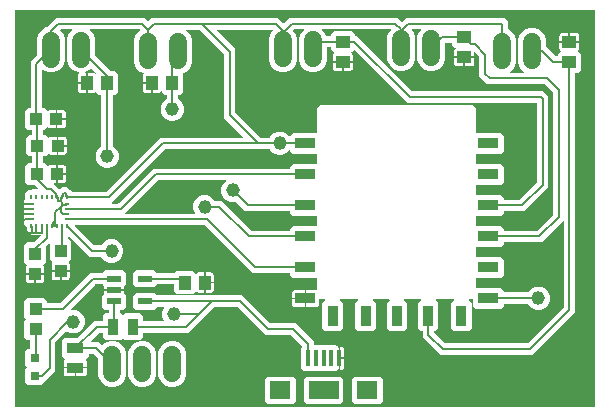
<source format=gbr>
G04 EAGLE Gerber RS-274X export*
G75*
%MOMM*%
%FSLAX34Y34*%
%LPD*%
%INTop Copper*%
%IPPOS*%
%AMOC8*
5,1,8,0,0,1.08239X$1,22.5*%
G01*
%ADD10R,1.000000X1.100000*%
%ADD11C,1.524000*%
%ADD12R,1.100000X1.000000*%
%ADD13R,1.447800X0.965200*%
%ADD14R,0.965200X1.447800*%
%ADD15R,0.400000X1.450000*%
%ADD16R,1.800000X1.500000*%
%ADD17R,2.500000X1.500000*%
%ADD18R,0.800000X0.800000*%
%ADD19R,1.005600X1.199997*%
%ADD20R,1.199997X1.005600*%
%ADD21R,1.778000X0.914400*%
%ADD22R,0.914400X1.778000*%
%ADD23R,0.270000X0.450000*%
%ADD24R,0.450000X0.270000*%
%ADD25R,1.200000X0.600000*%
%ADD26C,0.152400*%
%ADD27C,1.156400*%

G36*
X495605Y9076D02*
X495605Y9076D01*
X495656Y9078D01*
X495688Y9096D01*
X495724Y9104D01*
X495763Y9137D01*
X495808Y9161D01*
X495829Y9191D01*
X495857Y9214D01*
X495878Y9261D01*
X495908Y9303D01*
X495916Y9345D01*
X495928Y9373D01*
X495927Y9403D01*
X495935Y9445D01*
X495935Y344855D01*
X495924Y344905D01*
X495922Y344956D01*
X495904Y344988D01*
X495896Y345024D01*
X495863Y345063D01*
X495839Y345108D01*
X495809Y345129D01*
X495786Y345157D01*
X495739Y345178D01*
X495697Y345208D01*
X495655Y345216D01*
X495627Y345228D01*
X495597Y345227D01*
X495555Y345235D01*
X4445Y345235D01*
X4395Y345224D01*
X4344Y345222D01*
X4312Y345204D01*
X4276Y345196D01*
X4237Y345163D01*
X4192Y345139D01*
X4171Y345109D01*
X4143Y345086D01*
X4122Y345039D01*
X4092Y344997D01*
X4084Y344955D01*
X4072Y344927D01*
X4073Y344900D01*
X4072Y344898D01*
X4072Y344892D01*
X4065Y344855D01*
X4065Y9445D01*
X4076Y9395D01*
X4078Y9344D01*
X4096Y9312D01*
X4104Y9276D01*
X4137Y9237D01*
X4161Y9192D01*
X4191Y9171D01*
X4214Y9143D01*
X4261Y9122D01*
X4303Y9092D01*
X4345Y9084D01*
X4373Y9072D01*
X4403Y9073D01*
X4445Y9065D01*
X495555Y9065D01*
X495605Y9076D01*
G37*
%LPC*%
G36*
X364476Y53298D02*
X364476Y53298D01*
X349523Y68251D01*
X349523Y73165D01*
X349512Y73215D01*
X349510Y73266D01*
X349492Y73298D01*
X349484Y73334D01*
X349451Y73373D01*
X349427Y73418D01*
X349397Y73439D01*
X349374Y73467D01*
X349327Y73488D01*
X349285Y73518D01*
X349243Y73526D01*
X349215Y73538D01*
X349185Y73537D01*
X349143Y73545D01*
X348094Y73545D01*
X345713Y75926D01*
X345713Y97074D01*
X348164Y99524D01*
X348177Y99546D01*
X348197Y99562D01*
X348223Y99619D01*
X348255Y99671D01*
X348258Y99697D01*
X348268Y99721D01*
X348266Y99782D01*
X348272Y99844D01*
X348263Y99868D01*
X348262Y99894D01*
X348232Y99948D01*
X348210Y100006D01*
X348191Y100023D01*
X348179Y100046D01*
X348128Y100081D01*
X348083Y100123D01*
X348058Y100131D01*
X348037Y100146D01*
X347953Y100162D01*
X347917Y100173D01*
X347907Y100171D01*
X347895Y100173D01*
X334305Y100173D01*
X334280Y100167D01*
X334254Y100170D01*
X334197Y100148D01*
X334136Y100134D01*
X334116Y100117D01*
X334092Y100108D01*
X334050Y100063D01*
X334003Y100024D01*
X333992Y100000D01*
X333975Y99981D01*
X333957Y99922D01*
X333932Y99865D01*
X333933Y99840D01*
X333925Y99815D01*
X333936Y99754D01*
X333938Y99692D01*
X333951Y99670D01*
X333955Y99644D01*
X334003Y99573D01*
X334021Y99540D01*
X334029Y99534D01*
X334036Y99524D01*
X336487Y97074D01*
X336487Y75926D01*
X334106Y73545D01*
X321594Y73545D01*
X319213Y75926D01*
X319213Y97074D01*
X321664Y99524D01*
X321677Y99546D01*
X321697Y99562D01*
X321723Y99619D01*
X321755Y99671D01*
X321758Y99697D01*
X321768Y99721D01*
X321766Y99782D01*
X321772Y99844D01*
X321763Y99868D01*
X321762Y99894D01*
X321732Y99948D01*
X321710Y100006D01*
X321691Y100023D01*
X321679Y100046D01*
X321628Y100081D01*
X321583Y100123D01*
X321558Y100131D01*
X321537Y100146D01*
X321453Y100162D01*
X321417Y100173D01*
X321407Y100171D01*
X321395Y100173D01*
X307805Y100173D01*
X307780Y100167D01*
X307754Y100170D01*
X307697Y100148D01*
X307636Y100134D01*
X307616Y100117D01*
X307592Y100108D01*
X307550Y100063D01*
X307503Y100024D01*
X307492Y100000D01*
X307475Y99981D01*
X307457Y99922D01*
X307432Y99865D01*
X307433Y99840D01*
X307425Y99815D01*
X307436Y99754D01*
X307438Y99692D01*
X307451Y99670D01*
X307455Y99644D01*
X307503Y99573D01*
X307521Y99540D01*
X307529Y99534D01*
X307536Y99524D01*
X309987Y97074D01*
X309987Y75926D01*
X307606Y73545D01*
X295094Y73545D01*
X292713Y75926D01*
X292713Y97074D01*
X295164Y99524D01*
X295177Y99546D01*
X295197Y99562D01*
X295223Y99619D01*
X295255Y99671D01*
X295258Y99697D01*
X295268Y99721D01*
X295266Y99782D01*
X295272Y99844D01*
X295263Y99868D01*
X295262Y99894D01*
X295232Y99948D01*
X295210Y100006D01*
X295191Y100023D01*
X295179Y100046D01*
X295128Y100081D01*
X295083Y100123D01*
X295058Y100131D01*
X295037Y100146D01*
X294953Y100162D01*
X294917Y100173D01*
X294907Y100171D01*
X294895Y100173D01*
X279805Y100173D01*
X279780Y100167D01*
X279754Y100170D01*
X279697Y100148D01*
X279636Y100134D01*
X279616Y100117D01*
X279592Y100108D01*
X279550Y100063D01*
X279503Y100024D01*
X279492Y100000D01*
X279475Y99981D01*
X279457Y99922D01*
X279432Y99865D01*
X279433Y99840D01*
X279425Y99815D01*
X279436Y99754D01*
X279438Y99692D01*
X279451Y99670D01*
X279455Y99644D01*
X279503Y99573D01*
X279521Y99540D01*
X279529Y99534D01*
X279536Y99524D01*
X281987Y97074D01*
X281987Y75926D01*
X279606Y73545D01*
X267094Y73545D01*
X264713Y75926D01*
X264713Y97074D01*
X267164Y99524D01*
X267177Y99546D01*
X267197Y99562D01*
X267223Y99619D01*
X267255Y99671D01*
X267258Y99697D01*
X267268Y99721D01*
X267266Y99782D01*
X267272Y99844D01*
X267263Y99868D01*
X267262Y99894D01*
X267232Y99948D01*
X267210Y100006D01*
X267191Y100023D01*
X267179Y100046D01*
X267128Y100081D01*
X267083Y100123D01*
X267058Y100131D01*
X267037Y100146D01*
X266953Y100162D01*
X266917Y100173D01*
X266907Y100171D01*
X266895Y100173D01*
X263001Y100173D01*
X262430Y100744D01*
X262408Y100758D01*
X262392Y100778D01*
X262335Y100803D01*
X262283Y100836D01*
X262257Y100838D01*
X262233Y100849D01*
X262172Y100846D01*
X262110Y100852D01*
X262086Y100843D01*
X262060Y100842D01*
X262006Y100812D01*
X261948Y100790D01*
X261931Y100772D01*
X261908Y100759D01*
X261873Y100709D01*
X261830Y100663D01*
X261823Y100639D01*
X261808Y100618D01*
X261792Y100533D01*
X261781Y100497D01*
X261783Y100487D01*
X261781Y100475D01*
X261781Y96093D01*
X261608Y95447D01*
X261273Y94868D01*
X260800Y94395D01*
X260221Y94060D01*
X259575Y93887D01*
X251111Y93887D01*
X251111Y100619D01*
X251100Y100669D01*
X251098Y100720D01*
X251080Y100752D01*
X251072Y100788D01*
X251039Y100827D01*
X251015Y100872D01*
X250985Y100893D01*
X250961Y100921D01*
X250915Y100942D01*
X250873Y100972D01*
X250831Y100980D01*
X250803Y100992D01*
X250773Y100991D01*
X250731Y100999D01*
X250349Y100999D01*
X250349Y101001D01*
X250731Y101001D01*
X250781Y101012D01*
X250832Y101014D01*
X250864Y101032D01*
X250900Y101040D01*
X250939Y101073D01*
X250984Y101097D01*
X251005Y101127D01*
X251033Y101151D01*
X251054Y101197D01*
X251084Y101239D01*
X251092Y101281D01*
X251104Y101309D01*
X251103Y101339D01*
X251111Y101381D01*
X251111Y108113D01*
X259574Y108113D01*
X259695Y108081D01*
X259708Y108080D01*
X259721Y108075D01*
X259794Y108077D01*
X259868Y108075D01*
X259880Y108081D01*
X259894Y108081D01*
X259958Y108116D01*
X260025Y108147D01*
X260034Y108157D01*
X260046Y108164D01*
X260088Y108224D01*
X260135Y108281D01*
X260138Y108294D01*
X260146Y108306D01*
X260173Y108448D01*
X260173Y118233D01*
X260162Y118283D01*
X260160Y118334D01*
X260142Y118366D01*
X260134Y118402D01*
X260101Y118441D01*
X260077Y118486D01*
X260047Y118507D01*
X260024Y118535D01*
X259977Y118556D01*
X259935Y118586D01*
X259893Y118594D01*
X259865Y118606D01*
X259835Y118605D01*
X259793Y118613D01*
X239776Y118613D01*
X237395Y120994D01*
X237395Y122043D01*
X237384Y122093D01*
X237382Y122144D01*
X237364Y122176D01*
X237356Y122212D01*
X237323Y122251D01*
X237299Y122296D01*
X237269Y122317D01*
X237246Y122345D01*
X237199Y122366D01*
X237157Y122396D01*
X237115Y122404D01*
X237087Y122416D01*
X237057Y122415D01*
X237015Y122423D01*
X205751Y122423D01*
X165162Y163012D01*
X165097Y163052D01*
X165035Y163096D01*
X165023Y163098D01*
X165015Y163103D01*
X164978Y163107D01*
X164893Y163123D01*
X55221Y163123D01*
X55196Y163117D01*
X55170Y163120D01*
X55112Y163098D01*
X55052Y163084D01*
X55032Y163067D01*
X55008Y163058D01*
X54966Y163013D01*
X54918Y162974D01*
X54908Y162950D01*
X54890Y162931D01*
X54873Y162872D01*
X54847Y162815D01*
X54848Y162790D01*
X54841Y162765D01*
X54852Y162704D01*
X54854Y162642D01*
X54866Y162620D01*
X54871Y162594D01*
X54919Y162523D01*
X54937Y162490D01*
X54945Y162484D01*
X54952Y162474D01*
X71238Y146188D01*
X71303Y146148D01*
X71365Y146104D01*
X71377Y146102D01*
X71385Y146097D01*
X71422Y146093D01*
X71507Y146077D01*
X77337Y146077D01*
X77399Y146091D01*
X77462Y146098D01*
X77483Y146111D01*
X77506Y146116D01*
X77555Y146157D01*
X77609Y146191D01*
X77623Y146213D01*
X77640Y146226D01*
X77655Y146261D01*
X77689Y146311D01*
X77902Y146828D01*
X80672Y149598D01*
X84291Y151097D01*
X88209Y151097D01*
X91828Y149598D01*
X94598Y146828D01*
X96097Y143209D01*
X96097Y139291D01*
X94598Y135672D01*
X91828Y132902D01*
X88209Y131403D01*
X84291Y131403D01*
X80672Y132902D01*
X77902Y135672D01*
X77689Y136189D01*
X77651Y136240D01*
X77621Y136296D01*
X77602Y136310D01*
X77587Y136329D01*
X77531Y136359D01*
X77479Y136396D01*
X77453Y136401D01*
X77434Y136411D01*
X77397Y136412D01*
X77337Y136423D01*
X67351Y136423D01*
X64412Y139362D01*
X49626Y154148D01*
X49604Y154162D01*
X49588Y154182D01*
X49531Y154207D01*
X49479Y154239D01*
X49453Y154242D01*
X49429Y154253D01*
X49368Y154250D01*
X49306Y154256D01*
X49282Y154247D01*
X49256Y154246D01*
X49202Y154216D01*
X49144Y154194D01*
X49127Y154175D01*
X49104Y154163D01*
X49069Y154113D01*
X49027Y154067D01*
X49019Y154043D01*
X49004Y154021D01*
X48988Y153937D01*
X48977Y153901D01*
X48979Y153891D01*
X48977Y153879D01*
X48977Y151345D01*
X48988Y151295D01*
X48990Y151244D01*
X49008Y151212D01*
X49016Y151176D01*
X49049Y151137D01*
X49073Y151092D01*
X49103Y151071D01*
X49126Y151043D01*
X49173Y151022D01*
X49215Y150992D01*
X49257Y150984D01*
X49285Y150972D01*
X49315Y150973D01*
X49357Y150965D01*
X49784Y150965D01*
X52165Y148584D01*
X52165Y134216D01*
X50040Y132091D01*
X50013Y132048D01*
X49978Y132010D01*
X49968Y131975D01*
X49948Y131944D01*
X49943Y131893D01*
X49929Y131844D01*
X49935Y131808D01*
X49932Y131772D01*
X49950Y131724D01*
X49959Y131674D01*
X49982Y131638D01*
X49993Y131610D01*
X50016Y131589D01*
X50040Y131554D01*
X50133Y131460D01*
X50468Y130881D01*
X50641Y130235D01*
X50641Y125161D01*
X43481Y125161D01*
X43431Y125150D01*
X43380Y125148D01*
X43348Y125130D01*
X43312Y125122D01*
X43273Y125089D01*
X43228Y125065D01*
X43207Y125035D01*
X43179Y125011D01*
X43158Y124965D01*
X43128Y124923D01*
X43120Y124881D01*
X43108Y124853D01*
X43109Y124823D01*
X43101Y124781D01*
X43101Y124399D01*
X43099Y124399D01*
X43099Y124781D01*
X43088Y124831D01*
X43086Y124882D01*
X43068Y124914D01*
X43060Y124950D01*
X43027Y124989D01*
X43003Y125034D01*
X42973Y125055D01*
X42949Y125083D01*
X42903Y125104D01*
X42861Y125134D01*
X42819Y125142D01*
X42791Y125154D01*
X42761Y125153D01*
X42719Y125161D01*
X35559Y125161D01*
X35559Y130235D01*
X35732Y130881D01*
X36067Y131460D01*
X36160Y131554D01*
X36187Y131597D01*
X36222Y131634D01*
X36232Y131670D01*
X36252Y131701D01*
X36257Y131751D01*
X36271Y131800D01*
X36265Y131837D01*
X36268Y131873D01*
X36250Y131921D01*
X36241Y131971D01*
X36218Y132006D01*
X36207Y132035D01*
X36184Y132056D01*
X36160Y132091D01*
X34035Y134216D01*
X34035Y147441D01*
X34029Y147466D01*
X34032Y147492D01*
X34010Y147550D01*
X33996Y147610D01*
X33979Y147630D01*
X33970Y147654D01*
X33925Y147696D01*
X33886Y147744D01*
X33862Y147754D01*
X33843Y147772D01*
X33784Y147789D01*
X33727Y147815D01*
X33702Y147814D01*
X33677Y147821D01*
X33616Y147810D01*
X33554Y147808D01*
X33532Y147796D01*
X33506Y147791D01*
X33435Y147743D01*
X33402Y147725D01*
X33396Y147717D01*
X33386Y147710D01*
X30676Y145000D01*
X30636Y144935D01*
X30592Y144873D01*
X30590Y144861D01*
X30585Y144853D01*
X30581Y144816D01*
X30565Y144731D01*
X30565Y131716D01*
X28440Y129591D01*
X28413Y129548D01*
X28378Y129510D01*
X28368Y129475D01*
X28348Y129444D01*
X28343Y129393D01*
X28329Y129344D01*
X28335Y129308D01*
X28332Y129272D01*
X28350Y129224D01*
X28359Y129174D01*
X28382Y129138D01*
X28393Y129110D01*
X28416Y129089D01*
X28440Y129054D01*
X28533Y128960D01*
X28868Y128381D01*
X29041Y127735D01*
X29041Y122661D01*
X21881Y122661D01*
X21831Y122650D01*
X21780Y122648D01*
X21748Y122630D01*
X21712Y122622D01*
X21673Y122589D01*
X21628Y122565D01*
X21607Y122535D01*
X21579Y122511D01*
X21558Y122465D01*
X21528Y122423D01*
X21520Y122381D01*
X21508Y122353D01*
X21509Y122323D01*
X21501Y122281D01*
X21501Y121899D01*
X21499Y121899D01*
X21499Y122281D01*
X21488Y122331D01*
X21486Y122382D01*
X21468Y122414D01*
X21460Y122450D01*
X21427Y122489D01*
X21403Y122534D01*
X21373Y122555D01*
X21349Y122583D01*
X21303Y122604D01*
X21261Y122634D01*
X21219Y122642D01*
X21191Y122654D01*
X21161Y122653D01*
X21119Y122661D01*
X13959Y122661D01*
X13959Y127735D01*
X14132Y128381D01*
X14467Y128960D01*
X14560Y129054D01*
X14587Y129097D01*
X14622Y129134D01*
X14632Y129170D01*
X14652Y129201D01*
X14657Y129251D01*
X14671Y129300D01*
X14665Y129337D01*
X14668Y129373D01*
X14650Y129421D01*
X14641Y129471D01*
X14618Y129506D01*
X14607Y129535D01*
X14584Y129556D01*
X14560Y129591D01*
X12435Y131716D01*
X12435Y146084D01*
X14816Y148465D01*
X20331Y148465D01*
X20405Y148482D01*
X20480Y148495D01*
X20490Y148502D01*
X20500Y148504D01*
X20529Y148528D01*
X20600Y148576D01*
X26312Y154288D01*
X26352Y154353D01*
X26396Y154415D01*
X26398Y154427D01*
X26403Y154435D01*
X26407Y154472D01*
X26423Y154557D01*
X26423Y154701D01*
X26412Y154751D01*
X26410Y154802D01*
X26392Y154834D01*
X26384Y154870D01*
X26351Y154909D01*
X26327Y154954D01*
X26297Y154975D01*
X26274Y155003D01*
X26227Y155024D01*
X26185Y155054D01*
X26143Y155062D01*
X26115Y155074D01*
X26085Y155073D01*
X26043Y155081D01*
X23011Y155081D01*
X22919Y155173D01*
X22876Y155200D01*
X22838Y155235D01*
X22803Y155246D01*
X22772Y155265D01*
X22721Y155270D01*
X22672Y155284D01*
X22636Y155278D01*
X22599Y155281D01*
X22552Y155263D01*
X22501Y155255D01*
X22466Y155231D01*
X22437Y155220D01*
X22417Y155197D01*
X22381Y155174D01*
X22289Y155081D01*
X18711Y155081D01*
X16420Y157372D01*
X16397Y157387D01*
X16380Y157407D01*
X16305Y157444D01*
X16273Y157464D01*
X16262Y157465D01*
X16250Y157471D01*
X16019Y157532D01*
X15440Y157867D01*
X14967Y158340D01*
X14632Y158919D01*
X14459Y159565D01*
X14459Y161476D01*
X14442Y161550D01*
X14429Y161624D01*
X14422Y161635D01*
X14420Y161644D01*
X14396Y161673D01*
X14348Y161744D01*
X12081Y164011D01*
X12081Y167589D01*
X12174Y167681D01*
X12200Y167724D01*
X12235Y167762D01*
X12246Y167797D01*
X12265Y167828D01*
X12270Y167879D01*
X12284Y167928D01*
X12278Y167964D01*
X12281Y168001D01*
X12263Y168048D01*
X12255Y168099D01*
X12231Y168134D01*
X12220Y168163D01*
X12197Y168184D01*
X12173Y168219D01*
X12081Y168311D01*
X12081Y171889D01*
X12174Y171981D01*
X12200Y172024D01*
X12235Y172062D01*
X12246Y172097D01*
X12265Y172128D01*
X12270Y172179D01*
X12284Y172228D01*
X12278Y172264D01*
X12281Y172301D01*
X12263Y172348D01*
X12255Y172399D01*
X12231Y172434D01*
X12220Y172463D01*
X12197Y172484D01*
X12173Y172519D01*
X12081Y172611D01*
X12081Y176189D01*
X12173Y176281D01*
X12200Y176324D01*
X12235Y176362D01*
X12246Y176397D01*
X12265Y176428D01*
X12270Y176479D01*
X12284Y176528D01*
X12278Y176564D01*
X12281Y176601D01*
X12263Y176648D01*
X12255Y176699D01*
X12231Y176734D01*
X12220Y176763D01*
X12197Y176783D01*
X12174Y176819D01*
X12081Y176911D01*
X12081Y180489D01*
X12173Y180581D01*
X12200Y180624D01*
X12235Y180662D01*
X12246Y180697D01*
X12265Y180728D01*
X12270Y180779D01*
X12284Y180828D01*
X12278Y180864D01*
X12281Y180901D01*
X12263Y180948D01*
X12255Y180999D01*
X12231Y181034D01*
X12220Y181063D01*
X12197Y181083D01*
X12174Y181119D01*
X12081Y181211D01*
X12081Y184789D01*
X12824Y185532D01*
X12864Y185596D01*
X12908Y185658D01*
X12910Y185670D01*
X12915Y185679D01*
X12919Y185716D01*
X12935Y185800D01*
X12935Y190584D01*
X15316Y192965D01*
X17800Y192965D01*
X17874Y192982D01*
X17948Y192995D01*
X17959Y193002D01*
X17968Y193004D01*
X17997Y193028D01*
X18069Y193076D01*
X18711Y193719D01*
X22289Y193719D01*
X22381Y193626D01*
X22424Y193600D01*
X22462Y193565D01*
X22497Y193554D01*
X22528Y193535D01*
X22579Y193530D01*
X22628Y193516D01*
X22664Y193522D01*
X22701Y193519D01*
X22748Y193537D01*
X22799Y193545D01*
X22834Y193569D01*
X22863Y193580D01*
X22884Y193603D01*
X22919Y193627D01*
X23011Y193719D01*
X23537Y193719D01*
X23562Y193725D01*
X23588Y193722D01*
X23646Y193744D01*
X23706Y193758D01*
X23726Y193775D01*
X23750Y193784D01*
X23792Y193829D01*
X23840Y193868D01*
X23850Y193892D01*
X23868Y193911D01*
X23885Y193970D01*
X23911Y194027D01*
X23910Y194052D01*
X23917Y194077D01*
X23906Y194138D01*
X23904Y194200D01*
X23892Y194222D01*
X23887Y194248D01*
X23839Y194319D01*
X23821Y194352D01*
X23813Y194358D01*
X23806Y194368D01*
X20962Y197212D01*
X20950Y197224D01*
X20885Y197264D01*
X20823Y197308D01*
X20811Y197310D01*
X20803Y197315D01*
X20766Y197319D01*
X20681Y197335D01*
X15666Y197335D01*
X13285Y199716D01*
X13285Y213084D01*
X15666Y215465D01*
X18243Y215465D01*
X18293Y215476D01*
X18344Y215478D01*
X18376Y215496D01*
X18412Y215504D01*
X18451Y215537D01*
X18496Y215561D01*
X18517Y215591D01*
X18545Y215614D01*
X18566Y215661D01*
X18596Y215703D01*
X18604Y215745D01*
X18616Y215773D01*
X18615Y215803D01*
X18623Y215845D01*
X18623Y220955D01*
X18612Y221005D01*
X18610Y221056D01*
X18592Y221088D01*
X18584Y221124D01*
X18551Y221163D01*
X18527Y221208D01*
X18497Y221229D01*
X18474Y221257D01*
X18427Y221278D01*
X18385Y221308D01*
X18343Y221316D01*
X18315Y221328D01*
X18285Y221327D01*
X18243Y221335D01*
X16266Y221335D01*
X13885Y223716D01*
X13885Y237084D01*
X16266Y239465D01*
X18243Y239465D01*
X18293Y239476D01*
X18344Y239478D01*
X18376Y239496D01*
X18412Y239504D01*
X18451Y239537D01*
X18496Y239561D01*
X18517Y239591D01*
X18545Y239614D01*
X18566Y239661D01*
X18596Y239703D01*
X18604Y239745D01*
X18616Y239773D01*
X18615Y239802D01*
X18616Y239804D01*
X18616Y239808D01*
X18623Y239845D01*
X18623Y243455D01*
X18612Y243505D01*
X18610Y243556D01*
X18592Y243588D01*
X18584Y243624D01*
X18551Y243663D01*
X18527Y243708D01*
X18497Y243729D01*
X18474Y243757D01*
X18427Y243778D01*
X18385Y243808D01*
X18343Y243816D01*
X18315Y243828D01*
X18285Y243827D01*
X18243Y243835D01*
X15366Y243835D01*
X12985Y246216D01*
X12985Y259584D01*
X15366Y261965D01*
X17343Y261965D01*
X17393Y261976D01*
X17444Y261978D01*
X17476Y261996D01*
X17512Y262004D01*
X17551Y262037D01*
X17596Y262061D01*
X17617Y262091D01*
X17645Y262114D01*
X17666Y262161D01*
X17696Y262203D01*
X17704Y262245D01*
X17716Y262273D01*
X17715Y262303D01*
X17723Y262345D01*
X17723Y301449D01*
X23054Y306780D01*
X23094Y306845D01*
X23138Y306907D01*
X23140Y306919D01*
X23145Y306927D01*
X23149Y306964D01*
X23165Y307049D01*
X23165Y321694D01*
X24944Y325989D01*
X28231Y329276D01*
X31095Y330462D01*
X31097Y330463D01*
X31098Y330464D01*
X31219Y330545D01*
X32962Y332288D01*
X36312Y335638D01*
X39251Y338577D01*
X113899Y338577D01*
X116931Y335545D01*
X116974Y335518D01*
X117012Y335483D01*
X117047Y335473D01*
X117078Y335454D01*
X117129Y335449D01*
X117178Y335434D01*
X117214Y335440D01*
X117251Y335437D01*
X117299Y335455D01*
X117349Y335464D01*
X117384Y335488D01*
X117413Y335499D01*
X117434Y335521D01*
X117469Y335545D01*
X120129Y338205D01*
X227371Y338205D01*
X230310Y335266D01*
X231606Y333970D01*
X231649Y333943D01*
X231687Y333908D01*
X231722Y333898D01*
X231753Y333879D01*
X231804Y333874D01*
X231853Y333859D01*
X231889Y333865D01*
X231926Y333862D01*
X231973Y333880D01*
X232024Y333889D01*
X232059Y333913D01*
X232088Y333924D01*
X232109Y333946D01*
X232144Y333970D01*
X236751Y338577D01*
X328249Y338577D01*
X331188Y335638D01*
X331606Y335220D01*
X331649Y335193D01*
X331687Y335158D01*
X331722Y335148D01*
X331753Y335129D01*
X331804Y335124D01*
X331853Y335109D01*
X331889Y335115D01*
X331926Y335112D01*
X331973Y335130D01*
X332024Y335139D01*
X332059Y335163D01*
X332088Y335174D01*
X332109Y335196D01*
X332144Y335220D01*
X335501Y338577D01*
X418699Y338577D01*
X421527Y335749D01*
X421527Y329172D01*
X421541Y329110D01*
X421548Y329047D01*
X421561Y329027D01*
X421566Y329004D01*
X421607Y328954D01*
X421641Y328901D01*
X421663Y328886D01*
X421676Y328870D01*
X421711Y328854D01*
X421761Y328821D01*
X423319Y328176D01*
X426606Y324889D01*
X428385Y320594D01*
X428385Y300706D01*
X426606Y296411D01*
X423319Y293124D01*
X423160Y293058D01*
X423149Y293051D01*
X423137Y293048D01*
X423079Y293000D01*
X423019Y292957D01*
X423013Y292946D01*
X423003Y292938D01*
X422973Y292870D01*
X422938Y292804D01*
X422937Y292791D01*
X422932Y292779D01*
X422935Y292705D01*
X422933Y292631D01*
X422938Y292619D01*
X422939Y292606D01*
X422974Y292541D01*
X423005Y292474D01*
X423015Y292465D01*
X423021Y292454D01*
X423082Y292412D01*
X423140Y292365D01*
X423152Y292362D01*
X423163Y292354D01*
X423305Y292327D01*
X435495Y292327D01*
X435507Y292330D01*
X435520Y292328D01*
X435591Y292349D01*
X435663Y292366D01*
X435673Y292374D01*
X435686Y292378D01*
X435740Y292429D01*
X435797Y292476D01*
X435802Y292488D01*
X435812Y292497D01*
X435838Y292567D01*
X435868Y292635D01*
X435867Y292648D01*
X435872Y292660D01*
X435864Y292733D01*
X435861Y292808D01*
X435855Y292819D01*
X435854Y292832D01*
X435814Y292895D01*
X435779Y292960D01*
X435768Y292967D01*
X435761Y292978D01*
X435640Y293058D01*
X435481Y293124D01*
X432194Y296411D01*
X430415Y300706D01*
X430415Y320594D01*
X432194Y324889D01*
X435481Y328176D01*
X439776Y329955D01*
X444424Y329955D01*
X448719Y328176D01*
X452006Y324889D01*
X453785Y320594D01*
X453785Y314449D01*
X453802Y314375D01*
X453815Y314300D01*
X453822Y314290D01*
X453824Y314280D01*
X453848Y314251D01*
X453896Y314180D01*
X462166Y305910D01*
X462231Y305870D01*
X462293Y305826D01*
X462305Y305824D01*
X462313Y305819D01*
X462350Y305815D01*
X462435Y305799D01*
X463405Y305799D01*
X463455Y305810D01*
X463506Y305812D01*
X463538Y305830D01*
X463574Y305838D01*
X463613Y305871D01*
X463658Y305895D01*
X463679Y305925D01*
X463707Y305948D01*
X463728Y305995D01*
X463758Y306037D01*
X463766Y306079D01*
X463778Y306107D01*
X463777Y306137D01*
X463785Y306179D01*
X463785Y307684D01*
X466166Y310065D01*
X466433Y310065D01*
X466506Y310082D01*
X466580Y310094D01*
X466590Y310101D01*
X466602Y310104D01*
X466660Y310152D01*
X466720Y310196D01*
X466726Y310207D01*
X466736Y310214D01*
X466766Y310283D01*
X466801Y310349D01*
X466802Y310361D01*
X466807Y310373D01*
X466804Y310447D01*
X466806Y310522D01*
X466801Y310533D01*
X466800Y310546D01*
X466764Y310612D01*
X466733Y310679D01*
X466723Y310688D01*
X466717Y310698D01*
X466686Y310720D01*
X466624Y310774D01*
X466290Y310967D01*
X465817Y311440D01*
X465482Y312019D01*
X465309Y312665D01*
X465309Y317267D01*
X473469Y317267D01*
X473519Y317278D01*
X473570Y317280D01*
X473602Y317298D01*
X473638Y317306D01*
X473677Y317339D01*
X473722Y317363D01*
X473743Y317393D01*
X473771Y317416D01*
X473792Y317463D01*
X473822Y317505D01*
X473830Y317547D01*
X473842Y317575D01*
X473841Y317605D01*
X473849Y317647D01*
X473849Y318029D01*
X473851Y318029D01*
X473851Y317647D01*
X473862Y317597D01*
X473864Y317546D01*
X473882Y317514D01*
X473890Y317478D01*
X473923Y317439D01*
X473947Y317394D01*
X473977Y317373D01*
X474001Y317345D01*
X474047Y317324D01*
X474089Y317294D01*
X474131Y317286D01*
X474159Y317274D01*
X474189Y317275D01*
X474231Y317267D01*
X482391Y317267D01*
X482391Y312665D01*
X482218Y312019D01*
X481883Y311440D01*
X481410Y310967D01*
X481076Y310774D01*
X481022Y310723D01*
X480964Y310676D01*
X480959Y310664D01*
X480950Y310656D01*
X480924Y310586D01*
X480893Y310517D01*
X480894Y310505D01*
X480889Y310494D01*
X480897Y310419D01*
X480900Y310344D01*
X480906Y310333D01*
X480907Y310321D01*
X480947Y310258D01*
X480983Y310192D01*
X480993Y310185D01*
X480999Y310175D01*
X481063Y310135D01*
X481124Y310092D01*
X481138Y310090D01*
X481147Y310084D01*
X481185Y310081D01*
X481267Y310065D01*
X481534Y310065D01*
X483915Y307684D01*
X483915Y294260D01*
X481534Y291879D01*
X479057Y291879D01*
X479007Y291868D01*
X478956Y291866D01*
X478924Y291848D01*
X478888Y291840D01*
X478849Y291807D01*
X478804Y291783D01*
X478783Y291753D01*
X478755Y291730D01*
X478734Y291683D01*
X478704Y291641D01*
X478696Y291599D01*
X478684Y291572D01*
X478685Y291541D01*
X478677Y291499D01*
X478677Y89351D01*
X442624Y53298D01*
X364476Y53298D01*
G37*
%LPD*%
G36*
X82067Y191494D02*
X82067Y191494D01*
X82142Y191507D01*
X82152Y191514D01*
X82162Y191516D01*
X82191Y191540D01*
X82262Y191588D01*
X127751Y237077D01*
X197429Y237077D01*
X197454Y237083D01*
X197480Y237080D01*
X197538Y237102D01*
X197598Y237116D01*
X197618Y237133D01*
X197642Y237142D01*
X197684Y237187D01*
X197732Y237226D01*
X197742Y237250D01*
X197760Y237269D01*
X197777Y237328D01*
X197803Y237385D01*
X197802Y237410D01*
X197809Y237435D01*
X197798Y237496D01*
X197796Y237558D01*
X197784Y237580D01*
X197779Y237606D01*
X197731Y237677D01*
X197713Y237710D01*
X197705Y237716D01*
X197698Y237726D01*
X184362Y251062D01*
X181423Y254001D01*
X181423Y307843D01*
X181406Y307917D01*
X181393Y307992D01*
X181386Y308002D01*
X181384Y308012D01*
X181360Y308041D01*
X181312Y308112D01*
X160984Y328440D01*
X160919Y328480D01*
X160857Y328524D01*
X160845Y328526D01*
X160837Y328531D01*
X160800Y328535D01*
X160715Y328551D01*
X149761Y328551D01*
X149736Y328545D01*
X149711Y328548D01*
X149653Y328526D01*
X149593Y328512D01*
X149573Y328495D01*
X149549Y328486D01*
X149507Y328441D01*
X149459Y328402D01*
X149448Y328378D01*
X149431Y328359D01*
X149413Y328300D01*
X149388Y328243D01*
X149389Y328218D01*
X149382Y328193D01*
X149392Y328132D01*
X149395Y328070D01*
X149407Y328048D01*
X149411Y328022D01*
X149460Y327951D01*
X149477Y327918D01*
X149486Y327912D01*
X149493Y327902D01*
X152506Y324889D01*
X154285Y320594D01*
X154285Y300706D01*
X152506Y296411D01*
X149219Y293124D01*
X146783Y292115D01*
X146751Y292093D01*
X146716Y292079D01*
X146682Y292043D01*
X146642Y292014D01*
X146624Y291980D01*
X146598Y291952D01*
X146584Y291905D01*
X146561Y291861D01*
X146560Y291823D01*
X146549Y291786D01*
X146557Y291737D01*
X146556Y291688D01*
X146572Y291653D01*
X146578Y291615D01*
X146612Y291565D01*
X146628Y291530D01*
X146644Y291517D01*
X146659Y291495D01*
X146771Y291384D01*
X146771Y276016D01*
X144390Y273635D01*
X142885Y273635D01*
X142835Y273624D01*
X142784Y273622D01*
X142752Y273604D01*
X142716Y273596D01*
X142677Y273563D01*
X142632Y273539D01*
X142611Y273509D01*
X142583Y273486D01*
X142562Y273439D01*
X142532Y273397D01*
X142524Y273355D01*
X142512Y273328D01*
X142513Y273297D01*
X142505Y273255D01*
X142505Y270089D01*
X142519Y270027D01*
X142526Y269964D01*
X142539Y269944D01*
X142544Y269920D01*
X142585Y269871D01*
X142619Y269818D01*
X142641Y269803D01*
X142654Y269787D01*
X142689Y269771D01*
X142739Y269738D01*
X143078Y269598D01*
X145848Y266828D01*
X147347Y263209D01*
X147347Y259291D01*
X145848Y255672D01*
X143078Y252902D01*
X139459Y251403D01*
X135541Y251403D01*
X131922Y252902D01*
X129152Y255672D01*
X127653Y259291D01*
X127653Y263209D01*
X129152Y266828D01*
X131922Y269598D01*
X132616Y269885D01*
X132668Y269922D01*
X132724Y269953D01*
X132738Y269972D01*
X132757Y269986D01*
X132787Y270042D01*
X132824Y270094D01*
X132829Y270121D01*
X132839Y270139D01*
X132840Y270177D01*
X132851Y270237D01*
X132851Y273255D01*
X132840Y273305D01*
X132838Y273356D01*
X132820Y273388D01*
X132812Y273424D01*
X132779Y273463D01*
X132755Y273508D01*
X132725Y273529D01*
X132702Y273557D01*
X132655Y273578D01*
X132613Y273608D01*
X132571Y273616D01*
X132543Y273628D01*
X132513Y273627D01*
X132471Y273635D01*
X130966Y273635D01*
X128585Y276016D01*
X128585Y276283D01*
X128568Y276356D01*
X128556Y276430D01*
X128549Y276440D01*
X128546Y276452D01*
X128498Y276510D01*
X128454Y276570D01*
X128443Y276576D01*
X128436Y276586D01*
X128367Y276616D01*
X128301Y276651D01*
X128289Y276652D01*
X128277Y276657D01*
X128203Y276654D01*
X128128Y276656D01*
X128117Y276651D01*
X128104Y276650D01*
X128038Y276614D01*
X127971Y276583D01*
X127962Y276573D01*
X127952Y276567D01*
X127930Y276536D01*
X127876Y276474D01*
X127683Y276140D01*
X127210Y275667D01*
X126631Y275332D01*
X125985Y275159D01*
X121383Y275159D01*
X121383Y283319D01*
X121372Y283369D01*
X121370Y283420D01*
X121352Y283452D01*
X121344Y283488D01*
X121311Y283527D01*
X121287Y283572D01*
X121257Y283593D01*
X121234Y283621D01*
X121187Y283642D01*
X121145Y283672D01*
X121103Y283680D01*
X121075Y283692D01*
X121045Y283691D01*
X121003Y283699D01*
X120621Y283699D01*
X120621Y284081D01*
X120610Y284131D01*
X120608Y284182D01*
X120590Y284214D01*
X120582Y284250D01*
X120549Y284289D01*
X120525Y284334D01*
X120495Y284355D01*
X120471Y284383D01*
X120425Y284404D01*
X120383Y284434D01*
X120341Y284442D01*
X120313Y284454D01*
X120283Y284453D01*
X120241Y284461D01*
X113053Y284461D01*
X113053Y290035D01*
X113226Y290681D01*
X113561Y291260D01*
X113604Y291303D01*
X113624Y291336D01*
X113652Y291362D01*
X113669Y291408D01*
X113695Y291450D01*
X113699Y291489D01*
X113712Y291525D01*
X113707Y291574D01*
X113712Y291623D01*
X113698Y291659D01*
X113694Y291697D01*
X113668Y291739D01*
X113650Y291785D01*
X113622Y291811D01*
X113601Y291843D01*
X113551Y291877D01*
X113523Y291902D01*
X113503Y291908D01*
X113481Y291923D01*
X110581Y293124D01*
X107294Y296411D01*
X105515Y300706D01*
X105515Y320594D01*
X107294Y324889D01*
X110346Y327940D01*
X110373Y327984D01*
X110407Y328021D01*
X110418Y328056D01*
X110437Y328088D01*
X110442Y328138D01*
X110457Y328187D01*
X110450Y328224D01*
X110454Y328260D01*
X110436Y328308D01*
X110427Y328358D01*
X110403Y328393D01*
X110392Y328422D01*
X110370Y328443D01*
X110346Y328478D01*
X110012Y328812D01*
X109947Y328852D01*
X109885Y328896D01*
X109873Y328898D01*
X109865Y328903D01*
X109828Y328907D01*
X109743Y328923D01*
X68139Y328923D01*
X68114Y328917D01*
X68089Y328920D01*
X68031Y328898D01*
X67971Y328884D01*
X67951Y328867D01*
X67927Y328858D01*
X67885Y328813D01*
X67837Y328774D01*
X67826Y328750D01*
X67809Y328731D01*
X67791Y328672D01*
X67766Y328615D01*
X67767Y328590D01*
X67760Y328565D01*
X67770Y328504D01*
X67773Y328442D01*
X67785Y328420D01*
X67789Y328394D01*
X67838Y328323D01*
X67855Y328290D01*
X67864Y328284D01*
X67871Y328274D01*
X70156Y325989D01*
X71935Y321694D01*
X71935Y307049D01*
X71952Y306975D01*
X71965Y306900D01*
X71972Y306890D01*
X71974Y306880D01*
X71998Y306851D01*
X72046Y306780D01*
X84950Y293876D01*
X85015Y293836D01*
X85077Y293792D01*
X85089Y293790D01*
X85097Y293785D01*
X85134Y293781D01*
X85219Y293765D01*
X89140Y293765D01*
X91521Y291384D01*
X91521Y276016D01*
X89140Y273635D01*
X87635Y273635D01*
X87585Y273624D01*
X87534Y273622D01*
X87502Y273604D01*
X87466Y273596D01*
X87427Y273563D01*
X87382Y273539D01*
X87361Y273509D01*
X87333Y273486D01*
X87312Y273439D01*
X87282Y273397D01*
X87274Y273355D01*
X87262Y273328D01*
X87263Y273297D01*
X87255Y273255D01*
X87255Y230193D01*
X87269Y230131D01*
X87276Y230068D01*
X87289Y230047D01*
X87294Y230024D01*
X87335Y229975D01*
X87369Y229921D01*
X87391Y229906D01*
X87404Y229890D01*
X87439Y229875D01*
X87489Y229841D01*
X88078Y229598D01*
X90848Y226828D01*
X92347Y223209D01*
X92347Y219291D01*
X90848Y215672D01*
X88078Y212902D01*
X84459Y211403D01*
X80541Y211403D01*
X76922Y212902D01*
X74152Y215672D01*
X72653Y219291D01*
X72653Y223209D01*
X74152Y226828D01*
X76922Y229598D01*
X77366Y229782D01*
X77418Y229819D01*
X77474Y229849D01*
X77488Y229869D01*
X77507Y229883D01*
X77537Y229939D01*
X77574Y229991D01*
X77579Y230017D01*
X77589Y230036D01*
X77590Y230073D01*
X77601Y230133D01*
X77601Y273255D01*
X77590Y273305D01*
X77588Y273356D01*
X77570Y273388D01*
X77562Y273424D01*
X77529Y273463D01*
X77505Y273508D01*
X77475Y273529D01*
X77452Y273557D01*
X77405Y273578D01*
X77363Y273608D01*
X77321Y273616D01*
X77293Y273628D01*
X77263Y273627D01*
X77221Y273635D01*
X75716Y273635D01*
X73335Y276016D01*
X73335Y276283D01*
X73318Y276356D01*
X73306Y276430D01*
X73299Y276440D01*
X73296Y276452D01*
X73248Y276510D01*
X73204Y276571D01*
X73193Y276576D01*
X73186Y276586D01*
X73117Y276616D01*
X73051Y276651D01*
X73039Y276652D01*
X73027Y276657D01*
X72953Y276654D01*
X72878Y276656D01*
X72867Y276651D01*
X72854Y276650D01*
X72788Y276614D01*
X72721Y276583D01*
X72712Y276573D01*
X72702Y276567D01*
X72680Y276536D01*
X72626Y276474D01*
X72433Y276140D01*
X71960Y275667D01*
X71381Y275332D01*
X70735Y275159D01*
X66133Y275159D01*
X66133Y283319D01*
X66122Y283369D01*
X66120Y283420D01*
X66102Y283452D01*
X66094Y283488D01*
X66061Y283527D01*
X66037Y283572D01*
X66007Y283593D01*
X65984Y283621D01*
X65937Y283642D01*
X65895Y283672D01*
X65853Y283680D01*
X65825Y283692D01*
X65795Y283691D01*
X65753Y283699D01*
X65371Y283699D01*
X65371Y283701D01*
X65753Y283701D01*
X65803Y283712D01*
X65854Y283714D01*
X65886Y283732D01*
X65922Y283740D01*
X65961Y283773D01*
X66006Y283797D01*
X66027Y283827D01*
X66055Y283851D01*
X66076Y283897D01*
X66106Y283939D01*
X66114Y283981D01*
X66126Y284009D01*
X66125Y284039D01*
X66133Y284081D01*
X66133Y292241D01*
X70735Y292241D01*
X71381Y292068D01*
X71960Y291733D01*
X72433Y291260D01*
X72626Y290926D01*
X72677Y290872D01*
X72724Y290814D01*
X72736Y290809D01*
X72744Y290800D01*
X72814Y290774D01*
X72883Y290743D01*
X72895Y290744D01*
X72906Y290739D01*
X72981Y290747D01*
X73056Y290750D01*
X73067Y290756D01*
X73079Y290757D01*
X73142Y290797D01*
X73208Y290833D01*
X73215Y290843D01*
X73225Y290849D01*
X73265Y290913D01*
X73308Y290974D01*
X73310Y290988D01*
X73316Y290997D01*
X73319Y291035D01*
X73335Y291117D01*
X73335Y291401D01*
X73356Y291423D01*
X73366Y291458D01*
X73385Y291489D01*
X73390Y291540D01*
X73405Y291589D01*
X73398Y291625D01*
X73402Y291662D01*
X73384Y291710D01*
X73375Y291760D01*
X73351Y291795D01*
X73340Y291824D01*
X73318Y291845D01*
X73294Y291880D01*
X69178Y295996D01*
X69135Y296023D01*
X69097Y296057D01*
X69062Y296068D01*
X69031Y296087D01*
X68980Y296092D01*
X68931Y296107D01*
X68895Y296100D01*
X68859Y296104D01*
X68811Y296086D01*
X68761Y296077D01*
X68725Y296053D01*
X68697Y296042D01*
X68676Y296020D01*
X68640Y295996D01*
X66869Y294224D01*
X63846Y292972D01*
X63836Y292965D01*
X63823Y292962D01*
X63766Y292914D01*
X63706Y292871D01*
X63700Y292860D01*
X63690Y292852D01*
X63659Y292784D01*
X63624Y292718D01*
X63624Y292705D01*
X63619Y292693D01*
X63621Y292619D01*
X63619Y292545D01*
X63625Y292533D01*
X63625Y292520D01*
X63661Y292455D01*
X63692Y292388D01*
X63702Y292379D01*
X63708Y292368D01*
X63768Y292325D01*
X63826Y292279D01*
X63839Y292276D01*
X63850Y292268D01*
X63992Y292241D01*
X64611Y292241D01*
X64611Y284461D01*
X57803Y284461D01*
X57803Y290035D01*
X57976Y290681D01*
X58311Y291260D01*
X58784Y291733D01*
X58788Y291736D01*
X58843Y291787D01*
X58901Y291834D01*
X58906Y291846D01*
X58915Y291854D01*
X58941Y291924D01*
X58972Y291993D01*
X58971Y292005D01*
X58976Y292016D01*
X58968Y292091D01*
X58965Y292166D01*
X58959Y292176D01*
X58958Y292189D01*
X58918Y292252D01*
X58882Y292318D01*
X58872Y292325D01*
X58866Y292335D01*
X58802Y292375D01*
X58741Y292418D01*
X58728Y292420D01*
X58718Y292426D01*
X58681Y292429D01*
X58599Y292445D01*
X57926Y292445D01*
X53631Y294224D01*
X50344Y297511D01*
X48565Y301806D01*
X48565Y321694D01*
X50344Y325989D01*
X52629Y328274D01*
X52643Y328296D01*
X52663Y328312D01*
X52688Y328369D01*
X52721Y328421D01*
X52723Y328447D01*
X52734Y328471D01*
X52732Y328532D01*
X52737Y328594D01*
X52728Y328618D01*
X52727Y328644D01*
X52698Y328698D01*
X52676Y328756D01*
X52657Y328773D01*
X52645Y328796D01*
X52594Y328831D01*
X52549Y328873D01*
X52524Y328881D01*
X52503Y328896D01*
X52418Y328912D01*
X52383Y328923D01*
X52373Y328921D01*
X52361Y328923D01*
X43407Y328923D01*
X43333Y328906D01*
X43258Y328893D01*
X43248Y328886D01*
X43238Y328884D01*
X43209Y328860D01*
X43138Y328812D01*
X42804Y328478D01*
X42777Y328435D01*
X42743Y328397D01*
X42732Y328362D01*
X42713Y328331D01*
X42708Y328280D01*
X42693Y328231D01*
X42700Y328195D01*
X42696Y328159D01*
X42714Y328111D01*
X42723Y328061D01*
X42747Y328025D01*
X42758Y327997D01*
X42780Y327976D01*
X42804Y327940D01*
X44756Y325989D01*
X46535Y321694D01*
X46535Y301806D01*
X44756Y297511D01*
X41469Y294224D01*
X37174Y292445D01*
X32526Y292445D01*
X28231Y294224D01*
X28026Y294429D01*
X28004Y294443D01*
X27988Y294463D01*
X27931Y294488D01*
X27879Y294521D01*
X27853Y294523D01*
X27829Y294534D01*
X27768Y294532D01*
X27706Y294537D01*
X27682Y294528D01*
X27656Y294527D01*
X27602Y294498D01*
X27544Y294476D01*
X27527Y294457D01*
X27504Y294445D01*
X27469Y294394D01*
X27427Y294349D01*
X27419Y294324D01*
X27404Y294303D01*
X27388Y294218D01*
X27377Y294183D01*
X27379Y294173D01*
X27377Y294161D01*
X27377Y262345D01*
X27388Y262295D01*
X27390Y262244D01*
X27408Y262212D01*
X27416Y262176D01*
X27449Y262137D01*
X27473Y262092D01*
X27503Y262071D01*
X27526Y262043D01*
X27573Y262022D01*
X27615Y261992D01*
X27657Y261984D01*
X27685Y261972D01*
X27715Y261973D01*
X27757Y261965D01*
X29734Y261965D01*
X31859Y259840D01*
X31902Y259813D01*
X31940Y259778D01*
X31975Y259768D01*
X32006Y259748D01*
X32057Y259743D01*
X32106Y259729D01*
X32142Y259735D01*
X32178Y259732D01*
X32226Y259750D01*
X32276Y259759D01*
X32312Y259782D01*
X32340Y259793D01*
X32361Y259816D01*
X32396Y259840D01*
X32490Y259933D01*
X33069Y260268D01*
X33715Y260441D01*
X38789Y260441D01*
X38789Y253281D01*
X38800Y253231D01*
X38802Y253180D01*
X38820Y253148D01*
X38828Y253112D01*
X38861Y253073D01*
X38885Y253028D01*
X38915Y253007D01*
X38938Y252979D01*
X38985Y252958D01*
X39027Y252928D01*
X39069Y252920D01*
X39097Y252908D01*
X39127Y252909D01*
X39169Y252901D01*
X39551Y252901D01*
X39551Y252899D01*
X39169Y252899D01*
X39119Y252888D01*
X39068Y252886D01*
X39036Y252868D01*
X39000Y252860D01*
X38961Y252827D01*
X38916Y252803D01*
X38895Y252773D01*
X38867Y252749D01*
X38846Y252703D01*
X38816Y252661D01*
X38808Y252619D01*
X38796Y252591D01*
X38797Y252561D01*
X38789Y252519D01*
X38789Y245359D01*
X33715Y245359D01*
X33069Y245532D01*
X32490Y245867D01*
X32396Y245960D01*
X32353Y245987D01*
X32316Y246022D01*
X32280Y246032D01*
X32249Y246052D01*
X32199Y246057D01*
X32150Y246071D01*
X32113Y246065D01*
X32077Y246068D01*
X32029Y246050D01*
X31979Y246041D01*
X31944Y246018D01*
X31915Y246007D01*
X31894Y245984D01*
X31859Y245960D01*
X29734Y243835D01*
X28657Y243835D01*
X28607Y243824D01*
X28556Y243822D01*
X28524Y243804D01*
X28488Y243796D01*
X28449Y243763D01*
X28404Y243739D01*
X28383Y243709D01*
X28355Y243686D01*
X28334Y243639D01*
X28304Y243597D01*
X28296Y243555D01*
X28284Y243527D01*
X28285Y243497D01*
X28277Y243455D01*
X28277Y239845D01*
X28288Y239795D01*
X28290Y239744D01*
X28308Y239712D01*
X28316Y239676D01*
X28349Y239637D01*
X28373Y239592D01*
X28403Y239571D01*
X28426Y239543D01*
X28473Y239522D01*
X28515Y239492D01*
X28557Y239484D01*
X28585Y239472D01*
X28615Y239473D01*
X28657Y239465D01*
X30634Y239465D01*
X32759Y237340D01*
X32802Y237313D01*
X32840Y237278D01*
X32875Y237268D01*
X32906Y237248D01*
X32957Y237243D01*
X33006Y237229D01*
X33042Y237235D01*
X33078Y237232D01*
X33126Y237250D01*
X33176Y237259D01*
X33212Y237282D01*
X33240Y237293D01*
X33261Y237316D01*
X33296Y237340D01*
X33390Y237433D01*
X33969Y237768D01*
X34615Y237941D01*
X39689Y237941D01*
X39689Y230781D01*
X39700Y230731D01*
X39702Y230680D01*
X39720Y230648D01*
X39728Y230612D01*
X39761Y230573D01*
X39785Y230528D01*
X39815Y230507D01*
X39838Y230479D01*
X39885Y230458D01*
X39927Y230428D01*
X39969Y230420D01*
X39997Y230408D01*
X40027Y230409D01*
X40069Y230401D01*
X40451Y230401D01*
X40451Y230399D01*
X40069Y230399D01*
X40019Y230388D01*
X39968Y230386D01*
X39936Y230368D01*
X39900Y230360D01*
X39861Y230327D01*
X39816Y230303D01*
X39795Y230273D01*
X39767Y230249D01*
X39746Y230203D01*
X39716Y230161D01*
X39708Y230119D01*
X39696Y230091D01*
X39697Y230065D01*
X39696Y230062D01*
X39696Y230056D01*
X39689Y230019D01*
X39689Y222859D01*
X34615Y222859D01*
X33969Y223032D01*
X33390Y223367D01*
X33296Y223460D01*
X33253Y223487D01*
X33216Y223522D01*
X33180Y223532D01*
X33149Y223552D01*
X33099Y223557D01*
X33050Y223571D01*
X33013Y223565D01*
X32977Y223568D01*
X32929Y223550D01*
X32879Y223541D01*
X32844Y223518D01*
X32815Y223507D01*
X32794Y223484D01*
X32759Y223460D01*
X30634Y221335D01*
X28657Y221335D01*
X28607Y221324D01*
X28556Y221322D01*
X28524Y221304D01*
X28488Y221296D01*
X28449Y221263D01*
X28404Y221239D01*
X28383Y221209D01*
X28355Y221186D01*
X28334Y221139D01*
X28304Y221097D01*
X28296Y221055D01*
X28284Y221027D01*
X28285Y220997D01*
X28277Y220955D01*
X28277Y215845D01*
X28288Y215795D01*
X28290Y215744D01*
X28308Y215712D01*
X28316Y215676D01*
X28349Y215637D01*
X28373Y215592D01*
X28403Y215571D01*
X28426Y215543D01*
X28473Y215522D01*
X28515Y215492D01*
X28557Y215484D01*
X28585Y215472D01*
X28615Y215473D01*
X28657Y215465D01*
X30034Y215465D01*
X32159Y213340D01*
X32202Y213313D01*
X32240Y213278D01*
X32275Y213268D01*
X32306Y213248D01*
X32357Y213243D01*
X32406Y213229D01*
X32442Y213235D01*
X32478Y213232D01*
X32526Y213250D01*
X32576Y213259D01*
X32612Y213282D01*
X32640Y213293D01*
X32661Y213316D01*
X32696Y213340D01*
X32790Y213433D01*
X33369Y213768D01*
X34015Y213941D01*
X39089Y213941D01*
X39089Y206781D01*
X39100Y206731D01*
X39102Y206680D01*
X39120Y206648D01*
X39128Y206612D01*
X39161Y206573D01*
X39185Y206528D01*
X39215Y206507D01*
X39238Y206479D01*
X39285Y206458D01*
X39327Y206428D01*
X39369Y206420D01*
X39397Y206408D01*
X39427Y206409D01*
X39469Y206401D01*
X39851Y206401D01*
X39851Y206399D01*
X39469Y206399D01*
X39419Y206388D01*
X39368Y206386D01*
X39336Y206368D01*
X39300Y206360D01*
X39261Y206327D01*
X39216Y206303D01*
X39195Y206273D01*
X39167Y206249D01*
X39146Y206203D01*
X39116Y206161D01*
X39108Y206119D01*
X39096Y206091D01*
X39097Y206061D01*
X39089Y206019D01*
X39089Y198859D01*
X37918Y198859D01*
X37893Y198853D01*
X37867Y198856D01*
X37809Y198834D01*
X37749Y198820D01*
X37729Y198803D01*
X37705Y198794D01*
X37663Y198749D01*
X37615Y198710D01*
X37605Y198686D01*
X37587Y198667D01*
X37570Y198608D01*
X37544Y198551D01*
X37545Y198526D01*
X37538Y198501D01*
X37549Y198440D01*
X37551Y198378D01*
X37563Y198356D01*
X37568Y198330D01*
X37616Y198259D01*
X37634Y198226D01*
X37642Y198220D01*
X37649Y198210D01*
X40221Y195638D01*
X41979Y193880D01*
X42022Y193853D01*
X42060Y193818D01*
X42095Y193808D01*
X42126Y193788D01*
X42177Y193784D01*
X42226Y193769D01*
X42262Y193775D01*
X42299Y193772D01*
X42346Y193790D01*
X42397Y193799D01*
X42432Y193823D01*
X42461Y193833D01*
X42482Y193856D01*
X42517Y193880D01*
X43880Y195243D01*
X48720Y195243D01*
X50887Y193076D01*
X50951Y193036D01*
X51013Y192992D01*
X51026Y192990D01*
X51034Y192985D01*
X51071Y192981D01*
X51156Y192965D01*
X51484Y192965D01*
X52860Y191588D01*
X52925Y191548D01*
X52987Y191504D01*
X52999Y191502D01*
X53008Y191497D01*
X53045Y191493D01*
X53129Y191477D01*
X81993Y191477D01*
X82067Y191494D01*
G37*
G36*
X431417Y184594D02*
X431417Y184594D01*
X431492Y184607D01*
X431502Y184614D01*
X431512Y184616D01*
X431541Y184640D01*
X431612Y184688D01*
X446312Y199388D01*
X446352Y199453D01*
X446396Y199515D01*
X446398Y199527D01*
X446403Y199535D01*
X446407Y199572D01*
X446423Y199657D01*
X446423Y266367D01*
X446412Y266417D01*
X446410Y266468D01*
X446392Y266500D01*
X446384Y266536D01*
X446351Y266575D01*
X446327Y266620D01*
X446297Y266641D01*
X446274Y266669D01*
X446227Y266690D01*
X446185Y266720D01*
X446143Y266728D01*
X446115Y266740D01*
X446085Y266739D01*
X446043Y266747D01*
X336805Y266747D01*
X333866Y269686D01*
X292144Y311408D01*
X292101Y311435D01*
X292063Y311469D01*
X292028Y311480D01*
X291997Y311499D01*
X291946Y311504D01*
X291897Y311519D01*
X291861Y311512D01*
X291824Y311516D01*
X291777Y311498D01*
X291726Y311489D01*
X291691Y311465D01*
X291662Y311454D01*
X291642Y311432D01*
X291606Y311408D01*
X289584Y309385D01*
X289317Y309385D01*
X289244Y309368D01*
X289170Y309356D01*
X289160Y309349D01*
X289148Y309346D01*
X289090Y309298D01*
X289030Y309254D01*
X289024Y309243D01*
X289014Y309236D01*
X288983Y309167D01*
X288949Y309101D01*
X288948Y309089D01*
X288943Y309077D01*
X288946Y309003D01*
X288944Y308928D01*
X288949Y308917D01*
X288950Y308904D01*
X288986Y308838D01*
X289017Y308771D01*
X289027Y308762D01*
X289033Y308752D01*
X289064Y308730D01*
X289126Y308676D01*
X289460Y308483D01*
X289933Y308010D01*
X290268Y307431D01*
X290441Y306785D01*
X290441Y302183D01*
X282281Y302183D01*
X282231Y302172D01*
X282180Y302170D01*
X282148Y302152D01*
X282112Y302144D01*
X282073Y302111D01*
X282028Y302087D01*
X282007Y302057D01*
X281979Y302034D01*
X281958Y301987D01*
X281928Y301945D01*
X281920Y301903D01*
X281908Y301875D01*
X281909Y301845D01*
X281901Y301803D01*
X281901Y301421D01*
X281899Y301421D01*
X281899Y301803D01*
X281888Y301853D01*
X281886Y301904D01*
X281868Y301936D01*
X281860Y301972D01*
X281827Y302011D01*
X281803Y302056D01*
X281773Y302077D01*
X281749Y302105D01*
X281703Y302126D01*
X281661Y302156D01*
X281619Y302164D01*
X281591Y302176D01*
X281561Y302175D01*
X281519Y302183D01*
X273359Y302183D01*
X273359Y306785D01*
X273532Y307431D01*
X273867Y308010D01*
X274340Y308483D01*
X274674Y308676D01*
X274728Y308727D01*
X274786Y308774D01*
X274791Y308786D01*
X274800Y308794D01*
X274826Y308864D01*
X274857Y308933D01*
X274856Y308945D01*
X274861Y308956D01*
X274853Y309031D01*
X274850Y309106D01*
X274844Y309117D01*
X274843Y309129D01*
X274803Y309192D01*
X274767Y309258D01*
X274757Y309265D01*
X274751Y309275D01*
X274687Y309315D01*
X274626Y309358D01*
X274612Y309360D01*
X274603Y309366D01*
X274565Y309369D01*
X274483Y309385D01*
X274216Y309385D01*
X271835Y311766D01*
X271835Y313271D01*
X271824Y313321D01*
X271822Y313372D01*
X271804Y313404D01*
X271796Y313440D01*
X271763Y313479D01*
X271739Y313524D01*
X271709Y313545D01*
X271686Y313573D01*
X271639Y313594D01*
X271597Y313624D01*
X271555Y313632D01*
X271528Y313644D01*
X271497Y313643D01*
X271455Y313651D01*
X268665Y313651D01*
X268615Y313640D01*
X268564Y313638D01*
X268532Y313620D01*
X268496Y313612D01*
X268457Y313579D01*
X268412Y313555D01*
X268391Y313525D01*
X268363Y313502D01*
X268342Y313455D01*
X268312Y313413D01*
X268304Y313371D01*
X268292Y313343D01*
X268292Y313338D01*
X268292Y313337D01*
X268293Y313312D01*
X268285Y313271D01*
X268285Y301956D01*
X266506Y297661D01*
X263219Y294374D01*
X258924Y292595D01*
X254276Y292595D01*
X249981Y294374D01*
X246694Y297661D01*
X244915Y301956D01*
X244915Y321844D01*
X246694Y326139D01*
X248829Y328274D01*
X248843Y328296D01*
X248863Y328312D01*
X248888Y328369D01*
X248921Y328421D01*
X248923Y328447D01*
X248934Y328471D01*
X248932Y328532D01*
X248937Y328594D01*
X248928Y328618D01*
X248927Y328644D01*
X248898Y328698D01*
X248876Y328756D01*
X248857Y328773D01*
X248845Y328796D01*
X248794Y328831D01*
X248749Y328873D01*
X248724Y328881D01*
X248703Y328896D01*
X248618Y328912D01*
X248583Y328923D01*
X248573Y328921D01*
X248561Y328923D01*
X240907Y328923D01*
X240833Y328906D01*
X240758Y328893D01*
X240748Y328886D01*
X240738Y328884D01*
X240709Y328860D01*
X240638Y328812D01*
X239804Y327978D01*
X239792Y327958D01*
X239776Y327945D01*
X239765Y327922D01*
X239743Y327897D01*
X239732Y327862D01*
X239713Y327831D01*
X239710Y327798D01*
X239705Y327787D01*
X239705Y327771D01*
X239693Y327731D01*
X239700Y327695D01*
X239696Y327659D01*
X239711Y327620D01*
X239711Y327614D01*
X239715Y327606D01*
X239723Y327561D01*
X239747Y327525D01*
X239758Y327497D01*
X239780Y327476D01*
X239804Y327440D01*
X241106Y326139D01*
X242885Y321844D01*
X242885Y301956D01*
X241106Y297661D01*
X237819Y294374D01*
X233524Y292595D01*
X228876Y292595D01*
X224581Y294374D01*
X221294Y297661D01*
X219515Y301956D01*
X219515Y321844D01*
X221294Y326139D01*
X223057Y327902D01*
X223071Y327924D01*
X223091Y327940D01*
X223116Y327997D01*
X223149Y328049D01*
X223151Y328075D01*
X223162Y328099D01*
X223160Y328160D01*
X223165Y328222D01*
X223156Y328246D01*
X223155Y328272D01*
X223126Y328326D01*
X223104Y328384D01*
X223085Y328401D01*
X223073Y328424D01*
X223022Y328459D01*
X222977Y328501D01*
X222952Y328509D01*
X222931Y328524D01*
X222846Y328540D01*
X222811Y328551D01*
X222801Y328549D01*
X222789Y328551D01*
X175443Y328551D01*
X175418Y328545D01*
X175392Y328548D01*
X175334Y328526D01*
X175274Y328512D01*
X175254Y328495D01*
X175230Y328486D01*
X175188Y328441D01*
X175140Y328402D01*
X175130Y328378D01*
X175112Y328359D01*
X175095Y328300D01*
X175069Y328243D01*
X175070Y328218D01*
X175063Y328193D01*
X175074Y328132D01*
X175076Y328070D01*
X175088Y328048D01*
X175093Y328022D01*
X175141Y327951D01*
X175159Y327918D01*
X175167Y327912D01*
X175174Y327902D01*
X191077Y311999D01*
X191077Y258157D01*
X191094Y258083D01*
X191107Y258008D01*
X191114Y257998D01*
X191116Y257988D01*
X191140Y257959D01*
X191188Y257888D01*
X211888Y237188D01*
X211953Y237148D01*
X212015Y237104D01*
X212027Y237102D01*
X212035Y237097D01*
X212072Y237093D01*
X212157Y237077D01*
X219734Y237077D01*
X219796Y237091D01*
X219859Y237098D01*
X219879Y237111D01*
X219902Y237116D01*
X219951Y237157D01*
X220005Y237191D01*
X220020Y237213D01*
X220036Y237226D01*
X220051Y237261D01*
X220085Y237311D01*
X220402Y238078D01*
X223172Y240848D01*
X226791Y242347D01*
X230709Y242347D01*
X234328Y240848D01*
X236764Y238412D01*
X236807Y238385D01*
X236844Y238350D01*
X236880Y238340D01*
X236911Y238320D01*
X236962Y238316D01*
X237011Y238301D01*
X237047Y238307D01*
X237083Y238304D01*
X237131Y238322D01*
X237181Y238331D01*
X237217Y238355D01*
X237245Y238365D01*
X237266Y238388D01*
X237301Y238412D01*
X239776Y240887D01*
X259793Y240887D01*
X259843Y240898D01*
X259894Y240900D01*
X259926Y240918D01*
X259962Y240926D01*
X260001Y240959D01*
X260046Y240983D01*
X260067Y241013D01*
X260095Y241036D01*
X260116Y241083D01*
X260146Y241125D01*
X260154Y241167D01*
X260166Y241195D01*
X260165Y241225D01*
X260173Y241267D01*
X260173Y261999D01*
X263001Y264827D01*
X391999Y264827D01*
X394827Y261999D01*
X394827Y241267D01*
X394838Y241217D01*
X394840Y241166D01*
X394858Y241134D01*
X394866Y241098D01*
X394899Y241059D01*
X394923Y241014D01*
X394953Y240993D01*
X394976Y240965D01*
X395023Y240944D01*
X395065Y240914D01*
X395107Y240906D01*
X395135Y240894D01*
X395165Y240895D01*
X395207Y240887D01*
X415924Y240887D01*
X418305Y238506D01*
X418305Y225994D01*
X415924Y223613D01*
X395207Y223613D01*
X395157Y223602D01*
X395106Y223600D01*
X395074Y223582D01*
X395038Y223574D01*
X394999Y223541D01*
X394954Y223517D01*
X394933Y223487D01*
X394905Y223464D01*
X394884Y223417D01*
X394854Y223375D01*
X394846Y223333D01*
X394834Y223305D01*
X394835Y223275D01*
X394827Y223233D01*
X394827Y215017D01*
X394838Y214967D01*
X394840Y214916D01*
X394858Y214884D01*
X394866Y214848D01*
X394899Y214809D01*
X394923Y214764D01*
X394953Y214743D01*
X394976Y214715D01*
X395023Y214694D01*
X395065Y214664D01*
X395107Y214656D01*
X395135Y214644D01*
X395165Y214645D01*
X395207Y214637D01*
X415924Y214637D01*
X418305Y212256D01*
X418305Y199744D01*
X415924Y197363D01*
X395207Y197363D01*
X395157Y197352D01*
X395106Y197350D01*
X395074Y197332D01*
X395038Y197324D01*
X394999Y197291D01*
X394954Y197267D01*
X394933Y197237D01*
X394905Y197214D01*
X394884Y197167D01*
X394854Y197125D01*
X394846Y197083D01*
X394834Y197055D01*
X394835Y197025D01*
X394827Y196983D01*
X394827Y188767D01*
X394838Y188717D01*
X394840Y188666D01*
X394858Y188634D01*
X394866Y188598D01*
X394899Y188559D01*
X394923Y188514D01*
X394953Y188493D01*
X394976Y188465D01*
X395023Y188444D01*
X395065Y188414D01*
X395107Y188406D01*
X395135Y188394D01*
X395165Y188395D01*
X395207Y188387D01*
X415924Y188387D01*
X418305Y186006D01*
X418305Y184957D01*
X418316Y184907D01*
X418318Y184856D01*
X418336Y184824D01*
X418344Y184788D01*
X418377Y184749D01*
X418401Y184704D01*
X418431Y184683D01*
X418454Y184655D01*
X418501Y184634D01*
X418543Y184604D01*
X418585Y184596D01*
X418613Y184584D01*
X418643Y184585D01*
X418685Y184577D01*
X431343Y184577D01*
X431417Y184594D01*
G37*
%LPC*%
G36*
X84476Y26095D02*
X84476Y26095D01*
X80181Y27874D01*
X76894Y31161D01*
X75115Y35456D01*
X75115Y50101D01*
X75098Y50175D01*
X75085Y50250D01*
X75078Y50260D01*
X75076Y50270D01*
X75052Y50299D01*
X75004Y50370D01*
X71307Y54067D01*
X71242Y54107D01*
X71180Y54151D01*
X71168Y54153D01*
X71160Y54158D01*
X71123Y54162D01*
X71038Y54178D01*
X67284Y54178D01*
X67234Y54167D01*
X67183Y54165D01*
X67151Y54147D01*
X67115Y54139D01*
X67076Y54106D01*
X67031Y54082D01*
X67010Y54052D01*
X66982Y54029D01*
X66961Y53982D01*
X66931Y53940D01*
X66923Y53898D01*
X66911Y53870D01*
X66912Y53840D01*
X66904Y53798D01*
X66904Y52495D01*
X64523Y50114D01*
X64501Y50114D01*
X64429Y50097D01*
X64355Y50085D01*
X64345Y50078D01*
X64333Y50075D01*
X64275Y50027D01*
X64214Y49983D01*
X64209Y49972D01*
X64199Y49965D01*
X64168Y49896D01*
X64134Y49830D01*
X64133Y49818D01*
X64128Y49806D01*
X64131Y49732D01*
X64129Y49657D01*
X64134Y49646D01*
X64135Y49633D01*
X64171Y49567D01*
X64202Y49500D01*
X64212Y49491D01*
X64218Y49481D01*
X64248Y49459D01*
X64311Y49405D01*
X64399Y49354D01*
X64872Y48881D01*
X65207Y48302D01*
X65380Y47656D01*
X65380Y43256D01*
X55981Y43256D01*
X55931Y43245D01*
X55880Y43243D01*
X55848Y43225D01*
X55812Y43217D01*
X55773Y43184D01*
X55728Y43160D01*
X55707Y43130D01*
X55679Y43106D01*
X55658Y43060D01*
X55628Y43018D01*
X55620Y42976D01*
X55608Y42948D01*
X55609Y42918D01*
X55601Y42876D01*
X55601Y42494D01*
X55599Y42494D01*
X55599Y42876D01*
X55588Y42926D01*
X55586Y42977D01*
X55568Y43009D01*
X55560Y43045D01*
X55527Y43084D01*
X55503Y43129D01*
X55473Y43150D01*
X55449Y43178D01*
X55403Y43199D01*
X55361Y43229D01*
X55319Y43237D01*
X55291Y43249D01*
X55261Y43248D01*
X55219Y43256D01*
X45820Y43256D01*
X45820Y47656D01*
X45993Y48302D01*
X46328Y48881D01*
X46801Y49354D01*
X46889Y49405D01*
X46943Y49456D01*
X47001Y49503D01*
X47006Y49515D01*
X47015Y49523D01*
X47041Y49593D01*
X47072Y49662D01*
X47071Y49674D01*
X47076Y49685D01*
X47068Y49760D01*
X47065Y49835D01*
X47059Y49846D01*
X47058Y49858D01*
X47018Y49921D01*
X46982Y49987D01*
X46972Y49994D01*
X46966Y50005D01*
X46902Y50044D01*
X46841Y50087D01*
X46827Y50089D01*
X46818Y50095D01*
X46780Y50098D01*
X46699Y50114D01*
X46677Y50114D01*
X44296Y52495D01*
X44296Y65515D01*
X46677Y67896D01*
X57507Y67896D01*
X57581Y67913D01*
X57656Y67926D01*
X57666Y67933D01*
X57676Y67935D01*
X57705Y67959D01*
X57776Y68007D01*
X71596Y81827D01*
X78324Y81827D01*
X78374Y81838D01*
X78425Y81840D01*
X78457Y81858D01*
X78493Y81866D01*
X78532Y81899D01*
X78577Y81923D01*
X78598Y81953D01*
X78626Y81976D01*
X78647Y82023D01*
X78677Y82065D01*
X78685Y82107D01*
X78697Y82135D01*
X78696Y82165D01*
X78704Y82207D01*
X78704Y85923D01*
X81085Y88304D01*
X83383Y88304D01*
X83433Y88315D01*
X83484Y88317D01*
X83516Y88335D01*
X83552Y88343D01*
X83591Y88376D01*
X83636Y88400D01*
X83657Y88430D01*
X83685Y88453D01*
X83706Y88500D01*
X83736Y88542D01*
X83744Y88584D01*
X83756Y88612D01*
X83755Y88642D01*
X83763Y88684D01*
X83763Y91255D01*
X83752Y91305D01*
X83750Y91356D01*
X83732Y91388D01*
X83724Y91424D01*
X83691Y91463D01*
X83667Y91508D01*
X83637Y91529D01*
X83614Y91557D01*
X83567Y91578D01*
X83525Y91608D01*
X83483Y91616D01*
X83455Y91628D01*
X83425Y91627D01*
X83383Y91635D01*
X80906Y91635D01*
X78525Y94016D01*
X78525Y103384D01*
X79938Y104796D01*
X79978Y104861D01*
X80022Y104923D01*
X80024Y104935D01*
X80029Y104944D01*
X80033Y104981D01*
X80049Y105065D01*
X80049Y107439D01*
X88209Y107439D01*
X88259Y107450D01*
X88310Y107452D01*
X88342Y107470D01*
X88378Y107478D01*
X88417Y107511D01*
X88462Y107535D01*
X88483Y107565D01*
X88511Y107588D01*
X88532Y107635D01*
X88562Y107677D01*
X88570Y107719D01*
X88582Y107747D01*
X88581Y107777D01*
X88589Y107819D01*
X88589Y108581D01*
X88578Y108631D01*
X88576Y108682D01*
X88558Y108714D01*
X88550Y108750D01*
X88517Y108789D01*
X88493Y108834D01*
X88463Y108855D01*
X88439Y108883D01*
X88393Y108904D01*
X88351Y108934D01*
X88309Y108942D01*
X88281Y108954D01*
X88251Y108953D01*
X88209Y108961D01*
X80049Y108961D01*
X80049Y111335D01*
X80032Y111409D01*
X80019Y111484D01*
X80012Y111494D01*
X80010Y111504D01*
X79986Y111532D01*
X79938Y111604D01*
X78780Y112762D01*
X78715Y112802D01*
X78653Y112846D01*
X78641Y112848D01*
X78632Y112853D01*
X78595Y112857D01*
X78511Y112873D01*
X72357Y112873D01*
X72283Y112856D01*
X72208Y112843D01*
X72198Y112836D01*
X72188Y112834D01*
X72159Y112810D01*
X72088Y112762D01*
X50807Y91481D01*
X50800Y91470D01*
X50789Y91462D01*
X50754Y91397D01*
X50715Y91334D01*
X50714Y91321D01*
X50708Y91309D01*
X50706Y91235D01*
X50699Y91161D01*
X50703Y91149D01*
X50703Y91136D01*
X50734Y91068D01*
X50760Y90999D01*
X50770Y90990D01*
X50775Y90979D01*
X50833Y90932D01*
X50888Y90881D01*
X50900Y90878D01*
X50910Y90870D01*
X50982Y90853D01*
X51054Y90832D01*
X51067Y90834D01*
X51079Y90832D01*
X51221Y90861D01*
X51791Y91097D01*
X55709Y91097D01*
X59328Y89598D01*
X62098Y86828D01*
X63597Y83209D01*
X63597Y79291D01*
X62098Y75672D01*
X59328Y72902D01*
X55709Y71403D01*
X51791Y71403D01*
X48172Y72902D01*
X47969Y73105D01*
X47926Y73132D01*
X47888Y73167D01*
X47853Y73177D01*
X47822Y73197D01*
X47771Y73202D01*
X47722Y73216D01*
X47686Y73210D01*
X47650Y73213D01*
X47602Y73195D01*
X47552Y73186D01*
X47516Y73163D01*
X47488Y73152D01*
X47467Y73129D01*
X47431Y73105D01*
X38688Y64362D01*
X38648Y64297D01*
X38604Y64235D01*
X38602Y64223D01*
X38597Y64215D01*
X38593Y64178D01*
X38577Y64093D01*
X38577Y39951D01*
X32238Y33612D01*
X29226Y30600D01*
X29186Y30535D01*
X29142Y30473D01*
X29140Y30461D01*
X29135Y30453D01*
X29131Y30416D01*
X29115Y30331D01*
X29115Y29816D01*
X26734Y27435D01*
X15366Y27435D01*
X12985Y29816D01*
X12985Y41184D01*
X14533Y42731D01*
X14560Y42774D01*
X14594Y42812D01*
X14605Y42847D01*
X14624Y42878D01*
X14629Y42929D01*
X14643Y42978D01*
X14637Y43014D01*
X14641Y43051D01*
X14623Y43099D01*
X14614Y43149D01*
X14590Y43184D01*
X14579Y43213D01*
X14557Y43234D01*
X14533Y43269D01*
X12985Y44816D01*
X12985Y56184D01*
X15366Y58565D01*
X16793Y58565D01*
X16843Y58576D01*
X16894Y58578D01*
X16926Y58596D01*
X16962Y58604D01*
X17001Y58637D01*
X17046Y58661D01*
X17067Y58691D01*
X17095Y58714D01*
X17116Y58761D01*
X17146Y58803D01*
X17154Y58845D01*
X17166Y58873D01*
X17165Y58903D01*
X17173Y58945D01*
X17173Y65755D01*
X17162Y65805D01*
X17160Y65856D01*
X17142Y65888D01*
X17134Y65924D01*
X17101Y65963D01*
X17077Y66008D01*
X17047Y66029D01*
X17024Y66057D01*
X16977Y66078D01*
X16935Y66108D01*
X16893Y66116D01*
X16865Y66128D01*
X16835Y66127D01*
X16793Y66135D01*
X14816Y66135D01*
X12435Y68516D01*
X12435Y81884D01*
X13983Y83431D01*
X14010Y83474D01*
X14044Y83512D01*
X14055Y83547D01*
X14074Y83578D01*
X14079Y83629D01*
X14093Y83678D01*
X14087Y83714D01*
X14091Y83751D01*
X14073Y83799D01*
X14064Y83849D01*
X14040Y83884D01*
X14029Y83913D01*
X14007Y83934D01*
X13983Y83969D01*
X12435Y85516D01*
X12435Y98884D01*
X14816Y101265D01*
X29184Y101265D01*
X31565Y98884D01*
X31565Y97407D01*
X31576Y97357D01*
X31578Y97306D01*
X31596Y97274D01*
X31604Y97238D01*
X31637Y97199D01*
X31661Y97154D01*
X31691Y97133D01*
X31714Y97105D01*
X31761Y97084D01*
X31803Y97054D01*
X31845Y97046D01*
X31873Y97034D01*
X31903Y97035D01*
X31945Y97027D01*
X42543Y97027D01*
X42617Y97044D01*
X42692Y97057D01*
X42702Y97064D01*
X42712Y97066D01*
X42741Y97090D01*
X42812Y97138D01*
X68201Y122527D01*
X78511Y122527D01*
X78585Y122544D01*
X78660Y122557D01*
X78670Y122564D01*
X78680Y122566D01*
X78708Y122590D01*
X78780Y122638D01*
X80906Y124765D01*
X96274Y124765D01*
X98655Y122384D01*
X98655Y113016D01*
X97242Y111604D01*
X97232Y111588D01*
X97226Y111583D01*
X97217Y111564D01*
X97202Y111539D01*
X97158Y111477D01*
X97156Y111465D01*
X97151Y111456D01*
X97147Y111419D01*
X97131Y111335D01*
X97131Y108961D01*
X88971Y108961D01*
X88921Y108950D01*
X88870Y108948D01*
X88838Y108930D01*
X88802Y108922D01*
X88763Y108889D01*
X88718Y108865D01*
X88697Y108835D01*
X88669Y108811D01*
X88648Y108765D01*
X88618Y108723D01*
X88610Y108681D01*
X88598Y108653D01*
X88599Y108623D01*
X88591Y108581D01*
X88591Y107819D01*
X88602Y107769D01*
X88604Y107718D01*
X88622Y107686D01*
X88630Y107650D01*
X88663Y107611D01*
X88687Y107566D01*
X88717Y107545D01*
X88741Y107517D01*
X88787Y107496D01*
X88829Y107466D01*
X88871Y107458D01*
X88899Y107446D01*
X88929Y107447D01*
X88971Y107439D01*
X97131Y107439D01*
X97131Y105065D01*
X97148Y104991D01*
X97161Y104916D01*
X97168Y104906D01*
X97170Y104896D01*
X97194Y104868D01*
X97242Y104796D01*
X98655Y103384D01*
X98655Y94016D01*
X96274Y91635D01*
X93797Y91635D01*
X93747Y91624D01*
X93696Y91622D01*
X93664Y91604D01*
X93628Y91596D01*
X93589Y91563D01*
X93544Y91539D01*
X93523Y91509D01*
X93495Y91486D01*
X93474Y91439D01*
X93444Y91397D01*
X93436Y91355D01*
X93424Y91327D01*
X93425Y91297D01*
X93417Y91255D01*
X93417Y88684D01*
X93428Y88634D01*
X93430Y88583D01*
X93448Y88551D01*
X93456Y88515D01*
X93489Y88476D01*
X93513Y88431D01*
X93543Y88410D01*
X93566Y88382D01*
X93613Y88361D01*
X93655Y88331D01*
X93697Y88323D01*
X93725Y88311D01*
X93755Y88312D01*
X93797Y88304D01*
X94105Y88304D01*
X95581Y86827D01*
X95624Y86800D01*
X95662Y86766D01*
X95697Y86755D01*
X95728Y86736D01*
X95779Y86731D01*
X95828Y86717D01*
X95864Y86723D01*
X95901Y86719D01*
X95948Y86737D01*
X95999Y86746D01*
X96034Y86770D01*
X96063Y86781D01*
X96084Y86803D01*
X96119Y86827D01*
X97595Y88304D01*
X110615Y88304D01*
X112996Y85923D01*
X112996Y82207D01*
X113007Y82157D01*
X113009Y82106D01*
X113027Y82074D01*
X113035Y82038D01*
X113068Y81999D01*
X113092Y81954D01*
X113122Y81933D01*
X113145Y81905D01*
X113192Y81884D01*
X113234Y81854D01*
X113276Y81846D01*
X113304Y81834D01*
X113334Y81835D01*
X113376Y81827D01*
X129873Y81827D01*
X129910Y81836D01*
X129949Y81834D01*
X129994Y81855D01*
X130042Y81866D01*
X130071Y81891D01*
X130106Y81907D01*
X130137Y81945D01*
X130175Y81976D01*
X130191Y82012D01*
X130215Y82041D01*
X130226Y82089D01*
X130246Y82135D01*
X130245Y82173D01*
X130253Y82211D01*
X130241Y82270D01*
X130240Y82308D01*
X130230Y82326D01*
X130224Y82353D01*
X128903Y85541D01*
X128903Y89459D01*
X130402Y93078D01*
X130549Y93224D01*
X130559Y93241D01*
X130569Y93250D01*
X130571Y93253D01*
X130582Y93262D01*
X130608Y93319D01*
X130640Y93371D01*
X130643Y93397D01*
X130653Y93421D01*
X130651Y93482D01*
X130657Y93544D01*
X130648Y93568D01*
X130647Y93594D01*
X130617Y93648D01*
X130595Y93706D01*
X130576Y93723D01*
X130564Y93746D01*
X130513Y93781D01*
X130468Y93823D01*
X130443Y93831D01*
X130422Y93846D01*
X130338Y93862D01*
X130302Y93873D01*
X130292Y93871D01*
X130280Y93873D01*
X124789Y93873D01*
X124715Y93856D01*
X124640Y93843D01*
X124630Y93836D01*
X124620Y93834D01*
X124592Y93810D01*
X124520Y93762D01*
X122394Y91635D01*
X107026Y91635D01*
X104645Y94016D01*
X104645Y103384D01*
X107026Y105765D01*
X122394Y105765D01*
X124520Y103638D01*
X124585Y103598D01*
X124647Y103554D01*
X124659Y103552D01*
X124668Y103547D01*
X124705Y103543D01*
X124789Y103527D01*
X197049Y103527D01*
X220638Y79938D01*
X220703Y79898D01*
X220765Y79854D01*
X220777Y79852D01*
X220785Y79847D01*
X220822Y79843D01*
X220907Y79827D01*
X241999Y79827D01*
X257677Y64149D01*
X257677Y62245D01*
X257688Y62195D01*
X257690Y62144D01*
X257708Y62112D01*
X257716Y62076D01*
X257749Y62037D01*
X257773Y61992D01*
X257803Y61971D01*
X257826Y61943D01*
X257873Y61922D01*
X257915Y61892D01*
X257957Y61884D01*
X257985Y61872D01*
X258015Y61873D01*
X258057Y61865D01*
X276034Y61865D01*
X277446Y60452D01*
X277511Y60412D01*
X277573Y60368D01*
X277585Y60366D01*
X277594Y60361D01*
X277631Y60357D01*
X277715Y60341D01*
X278089Y60341D01*
X278089Y59967D01*
X278106Y59893D01*
X278119Y59818D01*
X278126Y59808D01*
X278128Y59798D01*
X278152Y59770D01*
X278200Y59698D01*
X278415Y59484D01*
X278415Y50931D01*
X278426Y50881D01*
X278428Y50830D01*
X278446Y50798D01*
X278454Y50762D01*
X278487Y50723D01*
X278511Y50678D01*
X278541Y50657D01*
X278564Y50629D01*
X278611Y50608D01*
X278653Y50578D01*
X278695Y50570D01*
X278723Y50558D01*
X278753Y50559D01*
X278795Y50551D01*
X278851Y50551D01*
X278851Y50549D01*
X278795Y50549D01*
X278745Y50538D01*
X278694Y50536D01*
X278662Y50518D01*
X278626Y50510D01*
X278587Y50477D01*
X278542Y50453D01*
X278521Y50423D01*
X278493Y50399D01*
X278472Y50353D01*
X278442Y50311D01*
X278434Y50269D01*
X278422Y50241D01*
X278423Y50211D01*
X278415Y50169D01*
X278415Y41616D01*
X278200Y41402D01*
X278160Y41337D01*
X278116Y41275D01*
X278114Y41263D01*
X278109Y41255D01*
X278105Y41218D01*
X278089Y41133D01*
X278089Y40759D01*
X277715Y40759D01*
X277641Y40742D01*
X277566Y40729D01*
X277556Y40722D01*
X277546Y40720D01*
X277518Y40696D01*
X277446Y40648D01*
X276034Y39235D01*
X249166Y39235D01*
X246785Y41616D01*
X246785Y59484D01*
X247469Y60167D01*
X247496Y60211D01*
X247531Y60248D01*
X247541Y60283D01*
X247560Y60314D01*
X247565Y60365D01*
X247580Y60414D01*
X247573Y60450D01*
X247577Y60487D01*
X247559Y60535D01*
X247550Y60585D01*
X247526Y60620D01*
X247515Y60649D01*
X247493Y60670D01*
X247469Y60705D01*
X238112Y70062D01*
X238047Y70102D01*
X237985Y70146D01*
X237973Y70148D01*
X237965Y70153D01*
X237928Y70157D01*
X237843Y70173D01*
X216751Y70173D01*
X193162Y93762D01*
X193097Y93802D01*
X193035Y93846D01*
X193023Y93848D01*
X193015Y93853D01*
X192978Y93857D01*
X192893Y93873D01*
X173407Y93873D01*
X173333Y93856D01*
X173258Y93843D01*
X173248Y93836D01*
X173238Y93834D01*
X173209Y93810D01*
X173138Y93762D01*
X164988Y85612D01*
X161938Y82562D01*
X154488Y75112D01*
X151549Y72173D01*
X113376Y72173D01*
X113326Y72162D01*
X113275Y72160D01*
X113243Y72142D01*
X113207Y72134D01*
X113168Y72101D01*
X113123Y72077D01*
X113102Y72047D01*
X113074Y72024D01*
X113053Y71977D01*
X113023Y71935D01*
X113015Y71893D01*
X113003Y71865D01*
X113004Y71835D01*
X112996Y71793D01*
X112996Y68077D01*
X110615Y65696D01*
X97595Y65696D01*
X96119Y67173D01*
X96076Y67200D01*
X96038Y67234D01*
X96003Y67245D01*
X95972Y67264D01*
X95921Y67269D01*
X95872Y67283D01*
X95836Y67277D01*
X95799Y67281D01*
X95751Y67263D01*
X95701Y67254D01*
X95666Y67230D01*
X95637Y67219D01*
X95616Y67197D01*
X95581Y67173D01*
X94105Y65696D01*
X81085Y65696D01*
X78704Y68077D01*
X78704Y71793D01*
X78693Y71843D01*
X78691Y71894D01*
X78673Y71926D01*
X78665Y71962D01*
X78632Y72001D01*
X78608Y72046D01*
X78578Y72067D01*
X78555Y72095D01*
X78508Y72116D01*
X78466Y72146D01*
X78424Y72154D01*
X78396Y72166D01*
X78366Y72165D01*
X78324Y72173D01*
X75752Y72173D01*
X75678Y72156D01*
X75603Y72143D01*
X75593Y72136D01*
X75583Y72134D01*
X75554Y72110D01*
X75483Y72062D01*
X67902Y64481D01*
X67888Y64459D01*
X67868Y64443D01*
X67843Y64386D01*
X67811Y64334D01*
X67808Y64308D01*
X67797Y64284D01*
X67800Y64223D01*
X67794Y64161D01*
X67803Y64137D01*
X67804Y64111D01*
X67834Y64057D01*
X67856Y63999D01*
X67875Y63982D01*
X67887Y63959D01*
X67937Y63924D01*
X67983Y63882D01*
X68007Y63874D01*
X68029Y63859D01*
X68113Y63843D01*
X68149Y63832D01*
X68159Y63834D01*
X68171Y63832D01*
X75194Y63832D01*
X77872Y61154D01*
X77915Y61127D01*
X77953Y61093D01*
X77988Y61082D01*
X78019Y61063D01*
X78070Y61058D01*
X78119Y61043D01*
X78155Y61050D01*
X78191Y61046D01*
X78239Y61064D01*
X78289Y61073D01*
X78325Y61097D01*
X78353Y61108D01*
X78374Y61130D01*
X78410Y61154D01*
X80181Y62926D01*
X84476Y64705D01*
X89124Y64705D01*
X93419Y62926D01*
X96706Y59639D01*
X98485Y55344D01*
X98485Y35456D01*
X96706Y31161D01*
X93419Y27874D01*
X89124Y26095D01*
X84476Y26095D01*
G37*
%LPD*%
G36*
X438542Y62969D02*
X438542Y62969D01*
X438617Y62982D01*
X438627Y62989D01*
X438637Y62991D01*
X438666Y63015D01*
X438737Y63063D01*
X468912Y93238D01*
X468952Y93303D01*
X468996Y93365D01*
X468998Y93377D01*
X469003Y93385D01*
X469007Y93422D01*
X469023Y93507D01*
X469023Y166279D01*
X469017Y166304D01*
X469020Y166330D01*
X468998Y166388D01*
X468984Y166448D01*
X468967Y166468D01*
X468958Y166492D01*
X468913Y166534D01*
X468874Y166582D01*
X468850Y166592D01*
X468831Y166610D01*
X468772Y166627D01*
X468715Y166653D01*
X468690Y166652D01*
X468665Y166659D01*
X468604Y166648D01*
X468542Y166646D01*
X468520Y166634D01*
X468494Y166629D01*
X468423Y166581D01*
X468390Y166563D01*
X468384Y166555D01*
X468374Y166548D01*
X450499Y148673D01*
X418685Y148673D01*
X418635Y148662D01*
X418584Y148660D01*
X418552Y148642D01*
X418516Y148634D01*
X418477Y148601D01*
X418432Y148577D01*
X418411Y148547D01*
X418383Y148524D01*
X418362Y148477D01*
X418332Y148435D01*
X418324Y148393D01*
X418312Y148365D01*
X418313Y148335D01*
X418305Y148293D01*
X418305Y147244D01*
X415924Y144863D01*
X395207Y144863D01*
X395157Y144852D01*
X395106Y144850D01*
X395074Y144832D01*
X395038Y144824D01*
X394999Y144791D01*
X394954Y144767D01*
X394933Y144737D01*
X394905Y144714D01*
X394884Y144667D01*
X394854Y144625D01*
X394846Y144583D01*
X394834Y144555D01*
X394835Y144525D01*
X394827Y144483D01*
X394827Y136267D01*
X394838Y136217D01*
X394840Y136166D01*
X394858Y136134D01*
X394866Y136098D01*
X394899Y136059D01*
X394923Y136014D01*
X394953Y135993D01*
X394976Y135965D01*
X395023Y135944D01*
X395065Y135914D01*
X395107Y135906D01*
X395135Y135894D01*
X395165Y135895D01*
X395207Y135887D01*
X415924Y135887D01*
X418305Y133506D01*
X418305Y120994D01*
X415924Y118613D01*
X395207Y118613D01*
X395157Y118602D01*
X395106Y118600D01*
X395074Y118582D01*
X395038Y118574D01*
X394999Y118541D01*
X394954Y118517D01*
X394933Y118487D01*
X394905Y118464D01*
X394884Y118417D01*
X394854Y118375D01*
X394846Y118333D01*
X394834Y118305D01*
X394835Y118275D01*
X394827Y118233D01*
X394827Y110017D01*
X394838Y109967D01*
X394840Y109916D01*
X394858Y109884D01*
X394866Y109848D01*
X394899Y109809D01*
X394923Y109764D01*
X394953Y109743D01*
X394976Y109715D01*
X395023Y109694D01*
X395065Y109664D01*
X395107Y109656D01*
X395135Y109644D01*
X395165Y109645D01*
X395207Y109637D01*
X415924Y109637D01*
X418305Y107256D01*
X418305Y106457D01*
X418316Y106407D01*
X418318Y106356D01*
X418336Y106324D01*
X418344Y106288D01*
X418377Y106249D01*
X418401Y106204D01*
X418431Y106183D01*
X418454Y106155D01*
X418501Y106134D01*
X418543Y106104D01*
X418585Y106096D01*
X418613Y106084D01*
X418643Y106085D01*
X418685Y106077D01*
X438587Y106077D01*
X438649Y106091D01*
X438712Y106098D01*
X438733Y106111D01*
X438756Y106116D01*
X438805Y106157D01*
X438859Y106191D01*
X438873Y106213D01*
X438890Y106226D01*
X438905Y106261D01*
X438939Y106311D01*
X439152Y106828D01*
X441922Y109598D01*
X445541Y111097D01*
X449459Y111097D01*
X453078Y109598D01*
X455848Y106828D01*
X457347Y103209D01*
X457347Y99291D01*
X455848Y95672D01*
X453078Y92902D01*
X449459Y91403D01*
X445541Y91403D01*
X441922Y92902D01*
X439152Y95672D01*
X438939Y96189D01*
X438901Y96240D01*
X438871Y96296D01*
X438852Y96310D01*
X438837Y96329D01*
X438781Y96359D01*
X438729Y96396D01*
X438703Y96401D01*
X438684Y96411D01*
X438647Y96412D01*
X438587Y96423D01*
X418685Y96423D01*
X418635Y96412D01*
X418584Y96410D01*
X418552Y96392D01*
X418516Y96384D01*
X418477Y96351D01*
X418432Y96327D01*
X418411Y96297D01*
X418383Y96274D01*
X418362Y96227D01*
X418332Y96185D01*
X418324Y96143D01*
X418312Y96115D01*
X418313Y96085D01*
X418305Y96043D01*
X418305Y94744D01*
X415924Y92363D01*
X394776Y92363D01*
X392395Y94744D01*
X392395Y99793D01*
X392384Y99843D01*
X392382Y99894D01*
X392364Y99926D01*
X392356Y99962D01*
X392323Y100001D01*
X392299Y100046D01*
X392269Y100067D01*
X392246Y100095D01*
X392199Y100116D01*
X392157Y100146D01*
X392115Y100154D01*
X392087Y100166D01*
X392057Y100165D01*
X392015Y100173D01*
X388805Y100173D01*
X388780Y100167D01*
X388754Y100170D01*
X388697Y100148D01*
X388636Y100134D01*
X388616Y100117D01*
X388592Y100108D01*
X388550Y100063D01*
X388503Y100024D01*
X388492Y100000D01*
X388475Y99981D01*
X388457Y99922D01*
X388432Y99865D01*
X388433Y99840D01*
X388425Y99815D01*
X388436Y99754D01*
X388438Y99692D01*
X388451Y99670D01*
X388455Y99644D01*
X388503Y99573D01*
X388521Y99540D01*
X388529Y99534D01*
X388536Y99524D01*
X390987Y97074D01*
X390987Y75926D01*
X388606Y73545D01*
X376094Y73545D01*
X373713Y75926D01*
X373713Y97074D01*
X376164Y99524D01*
X376177Y99546D01*
X376197Y99562D01*
X376223Y99619D01*
X376255Y99671D01*
X376258Y99697D01*
X376268Y99721D01*
X376266Y99782D01*
X376272Y99844D01*
X376263Y99868D01*
X376262Y99894D01*
X376232Y99948D01*
X376210Y100006D01*
X376191Y100023D01*
X376179Y100046D01*
X376128Y100081D01*
X376083Y100123D01*
X376058Y100131D01*
X376037Y100146D01*
X375953Y100162D01*
X375917Y100173D01*
X375907Y100171D01*
X375895Y100173D01*
X360805Y100173D01*
X360780Y100167D01*
X360754Y100170D01*
X360697Y100148D01*
X360636Y100134D01*
X360616Y100117D01*
X360592Y100108D01*
X360550Y100063D01*
X360503Y100024D01*
X360492Y100000D01*
X360475Y99981D01*
X360457Y99922D01*
X360432Y99865D01*
X360433Y99840D01*
X360425Y99815D01*
X360436Y99754D01*
X360438Y99692D01*
X360451Y99670D01*
X360455Y99644D01*
X360503Y99573D01*
X360521Y99540D01*
X360529Y99534D01*
X360536Y99524D01*
X362987Y97074D01*
X362987Y75926D01*
X360606Y73545D01*
X359557Y73545D01*
X359507Y73534D01*
X359456Y73532D01*
X359424Y73514D01*
X359388Y73506D01*
X359349Y73473D01*
X359304Y73449D01*
X359283Y73419D01*
X359255Y73396D01*
X359234Y73349D01*
X359204Y73307D01*
X359196Y73265D01*
X359184Y73237D01*
X359185Y73207D01*
X359177Y73165D01*
X359177Y72407D01*
X359194Y72333D01*
X359207Y72258D01*
X359214Y72248D01*
X359216Y72238D01*
X359240Y72209D01*
X359288Y72138D01*
X368363Y63063D01*
X368428Y63023D01*
X368490Y62979D01*
X368502Y62977D01*
X368510Y62972D01*
X368547Y62968D01*
X368632Y62952D01*
X438468Y62952D01*
X438542Y62969D01*
G37*
G36*
X446417Y158344D02*
X446417Y158344D01*
X446492Y158357D01*
X446502Y158364D01*
X446512Y158366D01*
X446541Y158390D01*
X446612Y158438D01*
X460062Y171888D01*
X460102Y171953D01*
X460146Y172015D01*
X460148Y172027D01*
X460153Y172035D01*
X460157Y172072D01*
X460166Y172118D01*
X460166Y172120D01*
X460166Y172121D01*
X460173Y172157D01*
X460173Y275343D01*
X460156Y275417D01*
X460143Y275492D01*
X460136Y275502D01*
X460134Y275512D01*
X460110Y275541D01*
X460062Y275612D01*
X453112Y282562D01*
X453047Y282602D01*
X452985Y282646D01*
X452973Y282648D01*
X452965Y282653D01*
X452928Y282657D01*
X452843Y282673D01*
X404251Y282673D01*
X397673Y289251D01*
X397673Y305343D01*
X397656Y305417D01*
X397643Y305492D01*
X397636Y305502D01*
X397634Y305512D01*
X397610Y305541D01*
X397562Y305612D01*
X393840Y309334D01*
X393818Y309348D01*
X393802Y309368D01*
X393745Y309393D01*
X393693Y309426D01*
X393667Y309428D01*
X393643Y309439D01*
X393582Y309436D01*
X393520Y309442D01*
X393496Y309433D01*
X393470Y309432D01*
X393416Y309402D01*
X393358Y309380D01*
X393341Y309362D01*
X393318Y309349D01*
X393283Y309299D01*
X393240Y309253D01*
X393233Y309229D01*
X393218Y309208D01*
X393202Y309123D01*
X393191Y309087D01*
X393193Y309077D01*
X393191Y309065D01*
X393191Y305933D01*
X385031Y305933D01*
X384981Y305922D01*
X384930Y305920D01*
X384898Y305902D01*
X384862Y305894D01*
X384823Y305861D01*
X384778Y305837D01*
X384757Y305807D01*
X384729Y305784D01*
X384708Y305737D01*
X384678Y305695D01*
X384670Y305653D01*
X384658Y305625D01*
X384659Y305595D01*
X384651Y305553D01*
X384651Y305171D01*
X384649Y305171D01*
X384649Y305553D01*
X384638Y305603D01*
X384636Y305654D01*
X384618Y305686D01*
X384610Y305722D01*
X384577Y305761D01*
X384553Y305806D01*
X384523Y305827D01*
X384499Y305855D01*
X384453Y305876D01*
X384411Y305906D01*
X384369Y305914D01*
X384341Y305926D01*
X384311Y305925D01*
X384269Y305933D01*
X376109Y305933D01*
X376109Y310535D01*
X376282Y311181D01*
X376617Y311760D01*
X377090Y312233D01*
X377424Y312426D01*
X377478Y312477D01*
X377536Y312524D01*
X377541Y312536D01*
X377550Y312544D01*
X377576Y312614D01*
X377607Y312683D01*
X377606Y312695D01*
X377611Y312706D01*
X377603Y312781D01*
X377600Y312856D01*
X377594Y312867D01*
X377593Y312879D01*
X377553Y312942D01*
X377517Y313008D01*
X377507Y313015D01*
X377501Y313025D01*
X377437Y313065D01*
X377376Y313108D01*
X377362Y313110D01*
X377353Y313116D01*
X377315Y313119D01*
X377233Y313135D01*
X376966Y313135D01*
X374585Y315516D01*
X374585Y317021D01*
X374574Y317071D01*
X374572Y317122D01*
X374554Y317154D01*
X374546Y317190D01*
X374513Y317229D01*
X374489Y317274D01*
X374459Y317295D01*
X374436Y317323D01*
X374389Y317344D01*
X374347Y317374D01*
X374305Y317382D01*
X374278Y317394D01*
X374247Y317393D01*
X374205Y317401D01*
X368915Y317401D01*
X368865Y317390D01*
X368814Y317388D01*
X368782Y317370D01*
X368746Y317362D01*
X368707Y317329D01*
X368662Y317305D01*
X368641Y317275D01*
X368613Y317252D01*
X368592Y317205D01*
X368562Y317163D01*
X368554Y317121D01*
X368542Y317093D01*
X368543Y317063D01*
X368535Y317021D01*
X368535Y303206D01*
X366756Y298911D01*
X363469Y295624D01*
X359174Y293845D01*
X354526Y293845D01*
X350231Y295624D01*
X346944Y298911D01*
X345165Y303206D01*
X345165Y323094D01*
X346944Y327389D01*
X347829Y328274D01*
X347843Y328296D01*
X347863Y328312D01*
X347888Y328369D01*
X347921Y328421D01*
X347923Y328447D01*
X347934Y328471D01*
X347932Y328532D01*
X347937Y328594D01*
X347928Y328618D01*
X347927Y328644D01*
X347898Y328698D01*
X347876Y328756D01*
X347857Y328773D01*
X347845Y328796D01*
X347794Y328831D01*
X347749Y328873D01*
X347724Y328881D01*
X347703Y328896D01*
X347618Y328912D01*
X347583Y328923D01*
X347573Y328921D01*
X347561Y328923D01*
X340739Y328923D01*
X340714Y328917D01*
X340689Y328920D01*
X340631Y328898D01*
X340571Y328884D01*
X340551Y328867D01*
X340527Y328858D01*
X340485Y328813D01*
X340437Y328774D01*
X340426Y328750D01*
X340409Y328731D01*
X340391Y328672D01*
X340366Y328615D01*
X340367Y328590D01*
X340360Y328565D01*
X340370Y328504D01*
X340373Y328442D01*
X340385Y328420D01*
X340389Y328394D01*
X340438Y328323D01*
X340455Y328290D01*
X340464Y328284D01*
X340471Y328274D01*
X341356Y327389D01*
X343135Y323094D01*
X343135Y303206D01*
X341356Y298911D01*
X338069Y295624D01*
X333774Y293845D01*
X329126Y293845D01*
X324831Y295624D01*
X321544Y298911D01*
X319765Y303206D01*
X319765Y323094D01*
X321544Y327389D01*
X322429Y328274D01*
X322443Y328296D01*
X322463Y328312D01*
X322488Y328369D01*
X322521Y328421D01*
X322523Y328447D01*
X322534Y328471D01*
X322532Y328532D01*
X322537Y328594D01*
X322528Y328618D01*
X322527Y328644D01*
X322498Y328698D01*
X322476Y328756D01*
X322457Y328773D01*
X322445Y328796D01*
X322394Y328831D01*
X322349Y328873D01*
X322324Y328881D01*
X322303Y328896D01*
X322218Y328912D01*
X322183Y328923D01*
X322173Y328921D01*
X322161Y328923D01*
X264639Y328923D01*
X264614Y328917D01*
X264589Y328920D01*
X264531Y328898D01*
X264471Y328884D01*
X264451Y328867D01*
X264427Y328858D01*
X264385Y328813D01*
X264337Y328774D01*
X264326Y328750D01*
X264309Y328731D01*
X264291Y328672D01*
X264266Y328615D01*
X264267Y328590D01*
X264260Y328565D01*
X264270Y328504D01*
X264273Y328442D01*
X264285Y328420D01*
X264289Y328394D01*
X264338Y328323D01*
X264355Y328290D01*
X264364Y328284D01*
X264371Y328274D01*
X266506Y326139D01*
X267583Y323539D01*
X267620Y323488D01*
X267650Y323432D01*
X267670Y323418D01*
X267684Y323399D01*
X267740Y323369D01*
X267792Y323332D01*
X267818Y323327D01*
X267837Y323317D01*
X267874Y323316D01*
X267934Y323305D01*
X271455Y323305D01*
X271505Y323316D01*
X271556Y323318D01*
X271588Y323336D01*
X271624Y323344D01*
X271663Y323377D01*
X271708Y323401D01*
X271729Y323431D01*
X271757Y323454D01*
X271778Y323501D01*
X271808Y323543D01*
X271816Y323585D01*
X271828Y323612D01*
X271827Y323643D01*
X271835Y323685D01*
X271835Y325190D01*
X274216Y327571D01*
X289584Y327571D01*
X291965Y325190D01*
X291965Y323685D01*
X291976Y323635D01*
X291978Y323584D01*
X291996Y323552D01*
X292004Y323516D01*
X292037Y323477D01*
X292061Y323432D01*
X292091Y323411D01*
X292114Y323383D01*
X292161Y323362D01*
X292203Y323332D01*
X292245Y323324D01*
X292272Y323312D01*
X292303Y323313D01*
X292345Y323305D01*
X293899Y323305D01*
X340692Y276512D01*
X340757Y276472D01*
X340819Y276428D01*
X340831Y276426D01*
X340839Y276421D01*
X340876Y276417D01*
X340961Y276401D01*
X451675Y276401D01*
X456077Y271999D01*
X456077Y195501D01*
X435499Y174923D01*
X418685Y174923D01*
X418635Y174912D01*
X418584Y174910D01*
X418552Y174892D01*
X418516Y174884D01*
X418477Y174851D01*
X418432Y174827D01*
X418411Y174797D01*
X418383Y174774D01*
X418362Y174727D01*
X418332Y174685D01*
X418324Y174643D01*
X418312Y174615D01*
X418313Y174585D01*
X418305Y174543D01*
X418305Y173494D01*
X415924Y171113D01*
X395207Y171113D01*
X395157Y171102D01*
X395106Y171100D01*
X395074Y171082D01*
X395038Y171074D01*
X394999Y171041D01*
X394954Y171017D01*
X394933Y170987D01*
X394905Y170964D01*
X394884Y170917D01*
X394854Y170875D01*
X394846Y170833D01*
X394834Y170805D01*
X394835Y170775D01*
X394827Y170733D01*
X394827Y162517D01*
X394838Y162467D01*
X394840Y162416D01*
X394858Y162384D01*
X394866Y162348D01*
X394899Y162309D01*
X394923Y162264D01*
X394953Y162243D01*
X394976Y162215D01*
X395023Y162194D01*
X395065Y162164D01*
X395107Y162156D01*
X395135Y162144D01*
X395165Y162145D01*
X395207Y162137D01*
X415924Y162137D01*
X418305Y159756D01*
X418305Y158707D01*
X418316Y158657D01*
X418318Y158606D01*
X418336Y158574D01*
X418344Y158538D01*
X418377Y158499D01*
X418401Y158454D01*
X418431Y158433D01*
X418454Y158405D01*
X418501Y158384D01*
X418543Y158354D01*
X418585Y158346D01*
X418613Y158334D01*
X418643Y158335D01*
X418685Y158327D01*
X446343Y158327D01*
X446417Y158344D01*
G37*
G36*
X237065Y158338D02*
X237065Y158338D01*
X237116Y158340D01*
X237148Y158358D01*
X237184Y158366D01*
X237223Y158399D01*
X237268Y158423D01*
X237289Y158453D01*
X237317Y158476D01*
X237338Y158523D01*
X237368Y158565D01*
X237376Y158607D01*
X237388Y158635D01*
X237387Y158665D01*
X237395Y158707D01*
X237395Y159756D01*
X239776Y162137D01*
X259793Y162137D01*
X259843Y162148D01*
X259894Y162150D01*
X259926Y162168D01*
X259962Y162176D01*
X260001Y162209D01*
X260046Y162233D01*
X260067Y162263D01*
X260095Y162286D01*
X260116Y162333D01*
X260146Y162375D01*
X260154Y162417D01*
X260166Y162445D01*
X260165Y162475D01*
X260173Y162517D01*
X260173Y170733D01*
X260162Y170783D01*
X260160Y170834D01*
X260142Y170866D01*
X260134Y170902D01*
X260101Y170941D01*
X260077Y170986D01*
X260047Y171007D01*
X260024Y171035D01*
X259977Y171056D01*
X259935Y171086D01*
X259893Y171094D01*
X259865Y171106D01*
X259835Y171105D01*
X259793Y171113D01*
X239776Y171113D01*
X237395Y173494D01*
X237395Y174543D01*
X237384Y174593D01*
X237382Y174644D01*
X237364Y174676D01*
X237356Y174712D01*
X237323Y174751D01*
X237299Y174796D01*
X237269Y174817D01*
X237246Y174845D01*
X237199Y174866D01*
X237157Y174896D01*
X237115Y174904D01*
X237087Y174916D01*
X237057Y174915D01*
X237015Y174923D01*
X199501Y174923D01*
X191639Y182785D01*
X191585Y182818D01*
X191536Y182858D01*
X191512Y182863D01*
X191492Y182876D01*
X191429Y182882D01*
X191367Y182896D01*
X191340Y182891D01*
X191320Y182893D01*
X191284Y182879D01*
X191225Y182867D01*
X190709Y182653D01*
X186791Y182653D01*
X183172Y184152D01*
X180402Y186922D01*
X178903Y190541D01*
X178903Y194459D01*
X180402Y198078D01*
X182849Y200524D01*
X182862Y200546D01*
X182882Y200562D01*
X182908Y200619D01*
X182940Y200671D01*
X182943Y200697D01*
X182953Y200721D01*
X182951Y200782D01*
X182957Y200844D01*
X182948Y200868D01*
X182947Y200894D01*
X182917Y200948D01*
X182895Y201006D01*
X182876Y201023D01*
X182864Y201046D01*
X182813Y201081D01*
X182768Y201123D01*
X182743Y201131D01*
X182722Y201146D01*
X182638Y201162D01*
X182602Y201173D01*
X182592Y201171D01*
X182580Y201173D01*
X125657Y201173D01*
X125583Y201156D01*
X125508Y201143D01*
X125498Y201136D01*
X125488Y201134D01*
X125459Y201110D01*
X125388Y201062D01*
X97752Y173426D01*
X97738Y173404D01*
X97718Y173388D01*
X97693Y173331D01*
X97661Y173279D01*
X97658Y173253D01*
X97647Y173229D01*
X97650Y173168D01*
X97644Y173106D01*
X97653Y173082D01*
X97654Y173056D01*
X97684Y173002D01*
X97706Y172944D01*
X97725Y172927D01*
X97737Y172904D01*
X97787Y172869D01*
X97833Y172827D01*
X97857Y172819D01*
X97879Y172804D01*
X97963Y172788D01*
X97999Y172777D01*
X98009Y172779D01*
X98021Y172777D01*
X156247Y172777D01*
X156285Y172786D01*
X156323Y172784D01*
X156368Y172805D01*
X156416Y172816D01*
X156446Y172841D01*
X156480Y172857D01*
X156511Y172895D01*
X156549Y172926D01*
X156565Y172962D01*
X156589Y172991D01*
X156600Y173039D01*
X156620Y173085D01*
X156619Y173123D01*
X156627Y173161D01*
X156615Y173220D01*
X156614Y173258D01*
X156604Y173276D01*
X156598Y173303D01*
X155153Y176791D01*
X155153Y180709D01*
X156652Y184328D01*
X159422Y187098D01*
X163041Y188597D01*
X166959Y188597D01*
X170578Y187098D01*
X173348Y184328D01*
X173561Y183811D01*
X173599Y183760D01*
X173629Y183704D01*
X173648Y183690D01*
X173663Y183671D01*
X173719Y183641D01*
X173771Y183604D01*
X173797Y183599D01*
X173816Y183589D01*
X173853Y183588D01*
X173913Y183577D01*
X179499Y183577D01*
X204638Y158438D01*
X204703Y158398D01*
X204765Y158354D01*
X204777Y158352D01*
X204785Y158347D01*
X204822Y158343D01*
X204907Y158327D01*
X237015Y158327D01*
X237065Y158338D01*
G37*
G36*
X91967Y181394D02*
X91967Y181394D01*
X92042Y181407D01*
X92052Y181414D01*
X92062Y181416D01*
X92091Y181440D01*
X92162Y181488D01*
X121501Y210827D01*
X237015Y210827D01*
X237065Y210838D01*
X237116Y210840D01*
X237148Y210858D01*
X237184Y210866D01*
X237223Y210899D01*
X237268Y210923D01*
X237289Y210953D01*
X237317Y210976D01*
X237338Y211023D01*
X237368Y211065D01*
X237376Y211107D01*
X237388Y211135D01*
X237387Y211165D01*
X237395Y211207D01*
X237395Y212256D01*
X239776Y214637D01*
X259793Y214637D01*
X259843Y214648D01*
X259894Y214650D01*
X259926Y214668D01*
X259962Y214676D01*
X260001Y214709D01*
X260046Y214733D01*
X260067Y214763D01*
X260095Y214786D01*
X260116Y214833D01*
X260146Y214875D01*
X260154Y214917D01*
X260166Y214945D01*
X260165Y214975D01*
X260173Y215017D01*
X260173Y223233D01*
X260162Y223283D01*
X260160Y223334D01*
X260142Y223366D01*
X260134Y223402D01*
X260101Y223441D01*
X260077Y223486D01*
X260047Y223507D01*
X260024Y223535D01*
X259977Y223556D01*
X259935Y223586D01*
X259893Y223594D01*
X259865Y223606D01*
X259835Y223605D01*
X259793Y223613D01*
X239776Y223613D01*
X237395Y225994D01*
X237395Y226302D01*
X237389Y226327D01*
X237392Y226353D01*
X237370Y226410D01*
X237356Y226471D01*
X237339Y226491D01*
X237330Y226515D01*
X237285Y226557D01*
X237246Y226604D01*
X237222Y226615D01*
X237203Y226632D01*
X237144Y226650D01*
X237087Y226675D01*
X237062Y226674D01*
X237037Y226682D01*
X236976Y226671D01*
X236914Y226669D01*
X236892Y226656D01*
X236866Y226652D01*
X236795Y226604D01*
X236762Y226586D01*
X236756Y226578D01*
X236746Y226571D01*
X234328Y224152D01*
X230709Y222653D01*
X226791Y222653D01*
X223172Y224152D01*
X220402Y226922D01*
X220292Y227189D01*
X220255Y227240D01*
X220225Y227296D01*
X220205Y227310D01*
X220191Y227329D01*
X220135Y227359D01*
X220083Y227396D01*
X220057Y227401D01*
X220038Y227411D01*
X220000Y227412D01*
X219941Y227423D01*
X131907Y227423D01*
X131833Y227406D01*
X131758Y227393D01*
X131748Y227386D01*
X131738Y227384D01*
X131709Y227360D01*
X131638Y227312D01*
X86352Y182026D01*
X86338Y182004D01*
X86318Y181988D01*
X86293Y181931D01*
X86261Y181879D01*
X86258Y181853D01*
X86247Y181829D01*
X86250Y181768D01*
X86244Y181706D01*
X86253Y181682D01*
X86254Y181656D01*
X86284Y181602D01*
X86306Y181544D01*
X86325Y181527D01*
X86337Y181504D01*
X86387Y181469D01*
X86433Y181427D01*
X86457Y181419D01*
X86479Y181404D01*
X86563Y181388D01*
X86599Y181377D01*
X86609Y181379D01*
X86621Y181377D01*
X91893Y181377D01*
X91967Y181394D01*
G37*
%LPC*%
G36*
X141360Y104435D02*
X141360Y104435D01*
X138979Y106816D01*
X138979Y112493D01*
X138968Y112543D01*
X138966Y112594D01*
X138948Y112626D01*
X138940Y112662D01*
X138907Y112701D01*
X138883Y112746D01*
X138853Y112767D01*
X138830Y112795D01*
X138783Y112816D01*
X138741Y112846D01*
X138699Y112854D01*
X138672Y112866D01*
X138641Y112865D01*
X138599Y112873D01*
X124789Y112873D01*
X124715Y112856D01*
X124640Y112843D01*
X124630Y112836D01*
X124620Y112834D01*
X124592Y112810D01*
X124520Y112762D01*
X122394Y110635D01*
X107026Y110635D01*
X104645Y113016D01*
X104645Y122384D01*
X107026Y124765D01*
X122394Y124765D01*
X124520Y122638D01*
X124585Y122598D01*
X124647Y122554D01*
X124659Y122552D01*
X124668Y122547D01*
X124705Y122543D01*
X124789Y122527D01*
X139165Y122527D01*
X139239Y122544D01*
X139314Y122557D01*
X139324Y122564D01*
X139334Y122566D01*
X139362Y122590D01*
X139434Y122638D01*
X141360Y124565D01*
X154784Y124565D01*
X157165Y122184D01*
X157165Y121917D01*
X157182Y121844D01*
X157194Y121770D01*
X157201Y121760D01*
X157204Y121748D01*
X157252Y121690D01*
X157296Y121630D01*
X157307Y121624D01*
X157314Y121614D01*
X157383Y121584D01*
X157449Y121549D01*
X157461Y121548D01*
X157473Y121543D01*
X157547Y121546D01*
X157622Y121544D01*
X157633Y121549D01*
X157646Y121550D01*
X157712Y121586D01*
X157779Y121617D01*
X157788Y121627D01*
X157798Y121633D01*
X157820Y121664D01*
X157874Y121726D01*
X158067Y122060D01*
X158540Y122533D01*
X159119Y122868D01*
X159765Y123041D01*
X164367Y123041D01*
X164367Y114881D01*
X164378Y114831D01*
X164380Y114780D01*
X164398Y114748D01*
X164406Y114712D01*
X164439Y114673D01*
X164463Y114628D01*
X164493Y114607D01*
X164516Y114579D01*
X164563Y114558D01*
X164605Y114528D01*
X164647Y114520D01*
X164675Y114508D01*
X164705Y114509D01*
X164747Y114501D01*
X165129Y114501D01*
X165129Y114499D01*
X164747Y114499D01*
X164697Y114488D01*
X164646Y114486D01*
X164614Y114468D01*
X164578Y114460D01*
X164539Y114427D01*
X164494Y114403D01*
X164473Y114373D01*
X164445Y114349D01*
X164424Y114303D01*
X164394Y114261D01*
X164386Y114219D01*
X164374Y114191D01*
X164375Y114161D01*
X164367Y114119D01*
X164367Y105959D01*
X159765Y105959D01*
X159119Y106132D01*
X158540Y106467D01*
X158067Y106940D01*
X157874Y107274D01*
X157823Y107328D01*
X157776Y107386D01*
X157764Y107391D01*
X157756Y107400D01*
X157686Y107426D01*
X157617Y107457D01*
X157605Y107456D01*
X157593Y107461D01*
X157519Y107453D01*
X157444Y107450D01*
X157433Y107444D01*
X157421Y107443D01*
X157358Y107403D01*
X157292Y107367D01*
X157285Y107357D01*
X157274Y107351D01*
X157235Y107287D01*
X157192Y107226D01*
X157190Y107212D01*
X157184Y107203D01*
X157181Y107165D01*
X157165Y107083D01*
X157165Y106816D01*
X154784Y104435D01*
X141360Y104435D01*
G37*
%LPD*%
%LPC*%
G36*
X109876Y26095D02*
X109876Y26095D01*
X105581Y27874D01*
X102294Y31161D01*
X100515Y35456D01*
X100515Y55344D01*
X102294Y59639D01*
X105581Y62926D01*
X109876Y64705D01*
X114524Y64705D01*
X118819Y62926D01*
X122106Y59639D01*
X123885Y55344D01*
X123885Y35456D01*
X122106Y31161D01*
X118819Y27874D01*
X114524Y26095D01*
X109876Y26095D01*
G37*
%LPD*%
%LPC*%
G36*
X135276Y26095D02*
X135276Y26095D01*
X130981Y27874D01*
X127694Y31161D01*
X125915Y35456D01*
X125915Y55344D01*
X127694Y59639D01*
X130981Y62926D01*
X135276Y64705D01*
X139924Y64705D01*
X144219Y62926D01*
X147506Y59639D01*
X149285Y55344D01*
X149285Y35456D01*
X147506Y31161D01*
X144219Y27874D01*
X139924Y26095D01*
X135276Y26095D01*
G37*
%LPD*%
%LPC*%
G36*
X251666Y11735D02*
X251666Y11735D01*
X249285Y14116D01*
X249285Y32484D01*
X251666Y34865D01*
X280034Y34865D01*
X282415Y32484D01*
X282415Y14116D01*
X280034Y11735D01*
X251666Y11735D01*
G37*
%LPD*%
%LPC*%
G36*
X218316Y11735D02*
X218316Y11735D01*
X215935Y14116D01*
X215935Y32484D01*
X218316Y34865D01*
X239684Y34865D01*
X242065Y32484D01*
X242065Y14116D01*
X239684Y11735D01*
X218316Y11735D01*
G37*
%LPD*%
%LPC*%
G36*
X292016Y11735D02*
X292016Y11735D01*
X289635Y14116D01*
X289635Y32484D01*
X292016Y34865D01*
X313384Y34865D01*
X315765Y32484D01*
X315765Y14116D01*
X313384Y11735D01*
X292016Y11735D01*
G37*
%LPD*%
%LPC*%
G36*
X238919Y101761D02*
X238919Y101761D01*
X238919Y105907D01*
X239092Y106553D01*
X239427Y107132D01*
X239900Y107605D01*
X240479Y107940D01*
X241125Y108113D01*
X249589Y108113D01*
X249589Y101761D01*
X238919Y101761D01*
G37*
%LPD*%
%LPC*%
G36*
X241125Y93887D02*
X241125Y93887D01*
X240479Y94060D01*
X239900Y94395D01*
X239427Y94868D01*
X239092Y95447D01*
X238919Y96093D01*
X238919Y100239D01*
X249589Y100239D01*
X249589Y93887D01*
X241125Y93887D01*
G37*
%LPD*%
%LPC*%
G36*
X56361Y35128D02*
X56361Y35128D01*
X56361Y41734D01*
X65380Y41734D01*
X65380Y37334D01*
X65207Y36688D01*
X64872Y36109D01*
X64399Y35636D01*
X63820Y35301D01*
X63174Y35128D01*
X56361Y35128D01*
G37*
%LPD*%
%LPC*%
G36*
X48026Y35128D02*
X48026Y35128D01*
X47380Y35301D01*
X46801Y35636D01*
X46328Y36109D01*
X45993Y36688D01*
X45820Y37334D01*
X45820Y41734D01*
X54839Y41734D01*
X54839Y35128D01*
X48026Y35128D01*
G37*
%LPD*%
%LPC*%
G36*
X165889Y115261D02*
X165889Y115261D01*
X165889Y123041D01*
X170491Y123041D01*
X171137Y122868D01*
X171716Y122533D01*
X172189Y122060D01*
X172524Y121481D01*
X172697Y120835D01*
X172697Y115261D01*
X165889Y115261D01*
G37*
%LPD*%
%LPC*%
G36*
X474611Y318789D02*
X474611Y318789D01*
X474611Y325597D01*
X480185Y325597D01*
X480831Y325424D01*
X481410Y325089D01*
X481883Y324616D01*
X482218Y324037D01*
X482391Y323391D01*
X482391Y318789D01*
X474611Y318789D01*
G37*
%LPD*%
%LPC*%
G36*
X465309Y318789D02*
X465309Y318789D01*
X465309Y323391D01*
X465482Y324037D01*
X465817Y324616D01*
X466290Y325089D01*
X466869Y325424D01*
X467515Y325597D01*
X473089Y325597D01*
X473089Y318789D01*
X465309Y318789D01*
G37*
%LPD*%
%LPC*%
G36*
X385411Y304411D02*
X385411Y304411D01*
X393191Y304411D01*
X393191Y299809D01*
X393018Y299163D01*
X392683Y298584D01*
X392210Y298111D01*
X391631Y297776D01*
X390985Y297603D01*
X385411Y297603D01*
X385411Y304411D01*
G37*
%LPD*%
%LPC*%
G36*
X282661Y300661D02*
X282661Y300661D01*
X290441Y300661D01*
X290441Y296059D01*
X290268Y295413D01*
X289933Y294834D01*
X289460Y294361D01*
X288881Y294026D01*
X288235Y293853D01*
X282661Y293853D01*
X282661Y300661D01*
G37*
%LPD*%
%LPC*%
G36*
X165889Y105959D02*
X165889Y105959D01*
X165889Y113739D01*
X172697Y113739D01*
X172697Y108165D01*
X172524Y107519D01*
X172189Y106940D01*
X171716Y106467D01*
X171137Y106132D01*
X170491Y105959D01*
X165889Y105959D01*
G37*
%LPD*%
%LPC*%
G36*
X115259Y275159D02*
X115259Y275159D01*
X114613Y275332D01*
X114034Y275667D01*
X113561Y276140D01*
X113226Y276719D01*
X113086Y277242D01*
X113053Y277365D01*
X113053Y282939D01*
X119861Y282939D01*
X119861Y275159D01*
X115259Y275159D01*
G37*
%LPD*%
%LPC*%
G36*
X60009Y275159D02*
X60009Y275159D01*
X59363Y275332D01*
X58784Y275667D01*
X58311Y276140D01*
X57976Y276719D01*
X57836Y277242D01*
X57803Y277365D01*
X57803Y282939D01*
X64611Y282939D01*
X64611Y275159D01*
X60009Y275159D01*
G37*
%LPD*%
%LPC*%
G36*
X275565Y293853D02*
X275565Y293853D01*
X274919Y294026D01*
X274340Y294361D01*
X273867Y294834D01*
X273532Y295413D01*
X273359Y296059D01*
X273359Y300661D01*
X281139Y300661D01*
X281139Y293853D01*
X275565Y293853D01*
G37*
%LPD*%
%LPC*%
G36*
X378315Y297603D02*
X378315Y297603D01*
X377669Y297776D01*
X377090Y298111D01*
X376617Y298584D01*
X376282Y299163D01*
X376109Y299809D01*
X376109Y304411D01*
X383889Y304411D01*
X383889Y297603D01*
X378315Y297603D01*
G37*
%LPD*%
%LPC*%
G36*
X40611Y207161D02*
X40611Y207161D01*
X40611Y213941D01*
X45685Y213941D01*
X46331Y213768D01*
X46910Y213433D01*
X47383Y212960D01*
X47718Y212381D01*
X47815Y212018D01*
X47815Y212017D01*
X47891Y211735D01*
X47891Y207161D01*
X40611Y207161D01*
G37*
%LPD*%
%LPC*%
G36*
X40311Y253661D02*
X40311Y253661D01*
X40311Y260441D01*
X45385Y260441D01*
X46031Y260268D01*
X46610Y259933D01*
X47083Y259460D01*
X47418Y258881D01*
X47591Y258235D01*
X47591Y253661D01*
X40311Y253661D01*
G37*
%LPD*%
%LPC*%
G36*
X41211Y231161D02*
X41211Y231161D01*
X41211Y237941D01*
X46285Y237941D01*
X46931Y237768D01*
X47510Y237433D01*
X47983Y236960D01*
X48318Y236381D01*
X48491Y235735D01*
X48491Y231161D01*
X41211Y231161D01*
G37*
%LPD*%
%LPC*%
G36*
X40311Y245359D02*
X40311Y245359D01*
X40311Y252139D01*
X47591Y252139D01*
X47591Y247565D01*
X47418Y246919D01*
X47083Y246340D01*
X46610Y245867D01*
X46031Y245532D01*
X45385Y245359D01*
X40311Y245359D01*
G37*
%LPD*%
%LPC*%
G36*
X41211Y222859D02*
X41211Y222859D01*
X41211Y229639D01*
X48491Y229639D01*
X48491Y225065D01*
X48318Y224419D01*
X47983Y223840D01*
X47510Y223367D01*
X46931Y223032D01*
X46285Y222859D01*
X41211Y222859D01*
G37*
%LPD*%
%LPC*%
G36*
X40611Y198859D02*
X40611Y198859D01*
X40611Y205639D01*
X47891Y205639D01*
X47891Y201065D01*
X47718Y200419D01*
X47383Y199840D01*
X46910Y199367D01*
X46331Y199032D01*
X45685Y198859D01*
X40611Y198859D01*
G37*
%LPD*%
%LPC*%
G36*
X43861Y116359D02*
X43861Y116359D01*
X43861Y123639D01*
X50641Y123639D01*
X50641Y118565D01*
X50468Y117919D01*
X50133Y117340D01*
X49660Y116867D01*
X49081Y116532D01*
X48435Y116359D01*
X43861Y116359D01*
G37*
%LPD*%
%LPC*%
G36*
X22261Y113859D02*
X22261Y113859D01*
X22261Y121139D01*
X29041Y121139D01*
X29041Y116065D01*
X28868Y115419D01*
X28533Y114840D01*
X28060Y114367D01*
X27481Y114032D01*
X26835Y113859D01*
X22261Y113859D01*
G37*
%LPD*%
%LPC*%
G36*
X37765Y116359D02*
X37765Y116359D01*
X37119Y116532D01*
X36540Y116867D01*
X36067Y117340D01*
X35732Y117919D01*
X35559Y118565D01*
X35559Y123639D01*
X42339Y123639D01*
X42339Y116359D01*
X37765Y116359D01*
G37*
%LPD*%
%LPC*%
G36*
X16165Y113859D02*
X16165Y113859D01*
X15519Y114032D01*
X14940Y114367D01*
X14467Y114840D01*
X14132Y115419D01*
X13959Y116065D01*
X13959Y121139D01*
X20739Y121139D01*
X20739Y113859D01*
X16165Y113859D01*
G37*
%LPD*%
%LPC*%
G36*
X279611Y51311D02*
X279611Y51311D01*
X279611Y60341D01*
X281185Y60341D01*
X281831Y60168D01*
X282410Y59833D01*
X282883Y59360D01*
X283218Y58781D01*
X283391Y58135D01*
X283391Y51311D01*
X279611Y51311D01*
G37*
%LPD*%
%LPC*%
G36*
X279611Y40759D02*
X279611Y40759D01*
X279611Y49789D01*
X283391Y49789D01*
X283391Y42965D01*
X283218Y42319D01*
X282883Y41740D01*
X282410Y41267D01*
X281831Y40932D01*
X281185Y40759D01*
X279611Y40759D01*
G37*
%LPD*%
D10*
X43100Y141400D03*
X43100Y124400D03*
D11*
X60250Y304130D02*
X60250Y319370D01*
X34850Y319370D02*
X34850Y304130D01*
X142600Y303030D02*
X142600Y318270D01*
X117200Y318270D02*
X117200Y303030D01*
X256600Y304280D02*
X256600Y319520D01*
X231200Y319520D02*
X231200Y304280D01*
X356850Y305530D02*
X356850Y320770D01*
X331450Y320770D02*
X331450Y305530D01*
X442100Y303030D02*
X442100Y318270D01*
X416700Y318270D02*
X416700Y303030D01*
X137600Y53020D02*
X137600Y37780D01*
X112200Y37780D02*
X112200Y53020D01*
X86800Y53020D02*
X86800Y37780D01*
D12*
X22550Y252900D03*
X39550Y252900D03*
X23450Y230400D03*
X40450Y230400D03*
X22850Y206400D03*
X39850Y206400D03*
D10*
X21500Y138900D03*
X21500Y121900D03*
D13*
X55600Y59005D03*
X55600Y42495D03*
D14*
X87595Y77000D03*
X104105Y77000D03*
D15*
X265850Y50550D03*
X259350Y50550D03*
X252850Y50550D03*
X272350Y50550D03*
X278850Y50550D03*
D16*
X229000Y23300D03*
D17*
X265850Y23300D03*
D16*
X302700Y23300D03*
D18*
X21050Y50500D03*
X21050Y35500D03*
D19*
X65372Y283700D03*
X82428Y283700D03*
X120622Y283700D03*
X137678Y283700D03*
D20*
X281900Y301422D03*
X281900Y318478D03*
X384650Y305172D03*
X384650Y322228D03*
X473850Y318028D03*
X473850Y300972D03*
D19*
X165128Y114500D03*
X148072Y114500D03*
D12*
X22000Y92200D03*
X22000Y75200D03*
D21*
X250350Y153500D03*
X250350Y206000D03*
X250350Y127250D03*
X250350Y179750D03*
X250350Y232250D03*
X250350Y101000D03*
X405350Y179750D03*
X405350Y153500D03*
X405350Y127250D03*
X405350Y206000D03*
X405350Y232250D03*
X405350Y101000D03*
D22*
X273350Y86500D03*
X301350Y86500D03*
X327850Y86500D03*
X354350Y86500D03*
X382350Y86500D03*
D23*
X48450Y162150D03*
D24*
X48150Y167950D03*
X48150Y172250D03*
X48150Y176550D03*
X48150Y180850D03*
D23*
X48450Y186650D03*
X44150Y186650D03*
X39850Y186650D03*
X35550Y186650D03*
X31250Y186650D03*
X26950Y186650D03*
X22650Y186650D03*
X18350Y186650D03*
D24*
X18650Y180850D03*
X18650Y176550D03*
X18650Y172250D03*
X18650Y167950D03*
D23*
X18350Y162150D03*
X22650Y162150D03*
X26950Y162150D03*
X31250Y162150D03*
X35550Y162150D03*
X39850Y162150D03*
X44150Y162150D03*
D25*
X114710Y117700D03*
X114710Y98700D03*
X88590Y117700D03*
X88590Y108200D03*
X88590Y98700D03*
D26*
X23450Y252000D02*
X22550Y252900D01*
X23450Y252000D02*
X23450Y230400D01*
X23450Y207000D01*
X22850Y206400D01*
X39850Y186650D02*
X40984Y186650D01*
X40984Y183384D01*
X43016Y183384D01*
X43016Y186650D01*
X44150Y186650D01*
X36684Y162150D02*
X35550Y162150D01*
X36684Y162150D02*
X36684Y165416D01*
X38716Y165416D01*
X38716Y162150D01*
X39850Y162150D01*
X44953Y172914D02*
X43614Y174253D01*
X43614Y178847D01*
X47486Y172914D02*
X48150Y172250D01*
X47486Y172914D02*
X44953Y172914D01*
X47562Y180262D02*
X48150Y180850D01*
X44259Y179491D02*
X43614Y178847D01*
X44259Y179491D02*
X45029Y180262D01*
X47562Y180262D01*
X39850Y186650D02*
X39186Y187314D01*
X39186Y189847D01*
X35283Y193750D01*
X31250Y193750D01*
X22850Y202150D01*
X22850Y206400D01*
X38716Y173949D02*
X38716Y165416D01*
X38716Y173949D02*
X43614Y178847D01*
X22550Y252900D02*
X22550Y299450D01*
X34850Y311750D01*
X117200Y310650D02*
X117200Y328450D01*
X122128Y333378D01*
X34850Y327350D02*
X34850Y311750D01*
X111900Y333750D02*
X117200Y328450D01*
X41250Y333750D02*
X34850Y327350D01*
X41250Y333750D02*
X111900Y333750D01*
X231200Y326200D02*
X231200Y311900D01*
X231875Y326875D02*
X225372Y333378D01*
X162872Y333378D01*
X161250Y333378D02*
X122128Y333378D01*
X331250Y313350D02*
X331450Y313150D01*
X331250Y313350D02*
X331250Y328750D01*
X326250Y333750D01*
X238750Y333750D02*
X231875Y326875D01*
X231200Y326200D01*
X238750Y333750D02*
X326250Y333750D01*
X331450Y327700D02*
X331450Y313150D01*
X331450Y327700D02*
X337500Y333750D01*
X416700Y333750D01*
X416700Y310650D01*
X250350Y232250D02*
X229000Y232250D01*
X228750Y232500D01*
X228000Y232500D01*
X227750Y232250D01*
X210000Y232250D01*
X181250Y232250D01*
X129750Y232250D01*
X84150Y186650D02*
X48450Y186650D01*
X84150Y186650D02*
X129750Y232250D01*
X45284Y187784D02*
X44150Y186650D01*
X48450Y162150D02*
X69350Y141250D01*
X86250Y141250D01*
D27*
X86250Y141250D03*
X228750Y232500D03*
D26*
X44259Y182141D02*
X43016Y183384D01*
X44259Y182141D02*
X44259Y179491D01*
X47316Y189821D02*
X46721Y190416D01*
X45879Y190416D01*
X45284Y189821D01*
X47316Y189821D02*
X47316Y187784D01*
X45284Y187784D02*
X45284Y189821D01*
X47316Y187784D02*
X48450Y186650D01*
X186250Y256000D02*
X210000Y232250D01*
X186250Y256000D02*
X186250Y310000D01*
X162872Y333378D01*
X161250Y333378D01*
X44150Y162150D02*
X44150Y142450D01*
X43100Y141400D01*
X31250Y152400D02*
X31250Y162150D01*
X31250Y152400D02*
X21500Y142650D01*
X21500Y138900D01*
X252850Y62150D02*
X252850Y50550D01*
X252850Y62150D02*
X240000Y75000D01*
X218750Y75000D01*
X195050Y98700D02*
X171250Y98700D01*
X195050Y98700D02*
X218750Y75000D01*
X171250Y98700D02*
X160050Y87500D01*
X149550Y77000D01*
X104105Y77000D01*
X114710Y98700D02*
X171250Y98700D01*
X33750Y41950D02*
X27300Y35500D01*
X21050Y35500D01*
X48750Y81250D02*
X53750Y81250D01*
X48750Y81250D02*
X33750Y66250D01*
X33750Y41950D01*
D27*
X53750Y81250D03*
X138750Y87500D03*
D26*
X160050Y87500D01*
X22000Y75200D02*
X22000Y51450D01*
X21050Y50500D01*
X70200Y117700D02*
X88590Y117700D01*
X44700Y92200D02*
X22000Y92200D01*
X44700Y92200D02*
X70200Y117700D01*
X73195Y59005D02*
X86800Y45400D01*
X73195Y59005D02*
X55600Y59005D01*
X73595Y77000D01*
X87595Y77000D01*
X88590Y77995D01*
X88590Y98700D01*
X144872Y117700D02*
X148072Y114500D01*
X144872Y117700D02*
X114710Y117700D01*
X11650Y180850D02*
X11250Y181250D01*
X11650Y180850D02*
X18650Y180850D01*
X11550Y176550D02*
X11250Y176250D01*
X11550Y176550D02*
X18650Y176550D01*
X12250Y172250D02*
X11250Y171250D01*
X12250Y172250D02*
X18650Y172250D01*
X12950Y167950D02*
X11250Y166250D01*
X12950Y167950D02*
X18650Y167950D01*
X18350Y162150D02*
X18750Y161750D01*
X18750Y156250D01*
X22650Y157350D02*
X22650Y162150D01*
X22650Y157350D02*
X23750Y156250D01*
X26950Y156800D02*
X26950Y162150D01*
D27*
X372500Y40000D03*
X140000Y218750D03*
X112500Y248750D03*
X446250Y135000D03*
X145000Y192500D03*
D26*
X26950Y156800D02*
X26400Y156250D01*
X23750Y156250D01*
X18750Y156250D01*
D27*
X367500Y286250D03*
X225000Y277500D03*
D26*
X18750Y156250D02*
X16250Y156250D01*
X13750Y153750D01*
X405600Y101250D02*
X447500Y101250D01*
X405600Y101250D02*
X405350Y101000D01*
D27*
X447500Y101250D03*
D26*
X250350Y206000D02*
X123500Y206000D01*
X94050Y176550D02*
X48150Y176550D01*
X94050Y176550D02*
X123500Y206000D01*
X167050Y167950D02*
X48150Y167950D01*
X207750Y127250D02*
X250350Y127250D01*
X207750Y127250D02*
X167050Y167950D01*
X442100Y310650D02*
X450600Y310650D01*
X460278Y300972D02*
X473850Y300972D01*
X460278Y300972D02*
X450600Y310650D01*
X473850Y300972D02*
X473850Y91350D01*
X440625Y58125D01*
X366475Y58125D01*
X354350Y70250D01*
X354350Y86500D01*
X137678Y305728D02*
X142600Y310650D01*
X137678Y305728D02*
X137678Y283700D01*
X137678Y261428D01*
X137500Y261250D01*
D27*
X137500Y261250D03*
X188750Y192500D03*
D26*
X201500Y179750D02*
X250350Y179750D01*
X201500Y179750D02*
X188750Y192500D01*
X82428Y289572D02*
X60250Y311750D01*
X82428Y289572D02*
X82428Y283700D01*
X82428Y221322D01*
X82500Y221250D01*
D27*
X82500Y221250D03*
X165000Y178750D03*
D26*
X177500Y178750D01*
X202750Y153500D02*
X250350Y153500D01*
X202750Y153500D02*
X177500Y178750D01*
X356850Y313150D02*
X365928Y322228D01*
X384650Y322228D01*
X390628Y316250D01*
X393750Y316250D01*
X402500Y307500D01*
X402500Y291250D01*
X406250Y287500D01*
X455000Y287500D02*
X465000Y277500D01*
X465000Y170000D01*
X448500Y153500D02*
X405350Y153500D01*
X406250Y287500D02*
X455000Y287500D01*
X465000Y170000D02*
X448500Y153500D01*
X263178Y318478D02*
X256600Y311900D01*
X263178Y318478D02*
X281900Y318478D01*
X291900Y318478D02*
X338804Y271574D01*
X291900Y318478D02*
X281900Y318478D01*
X338804Y271574D02*
X449676Y271574D01*
X451250Y270000D01*
X451250Y197500D01*
X433500Y179750D01*
X405350Y179750D01*
M02*

</source>
